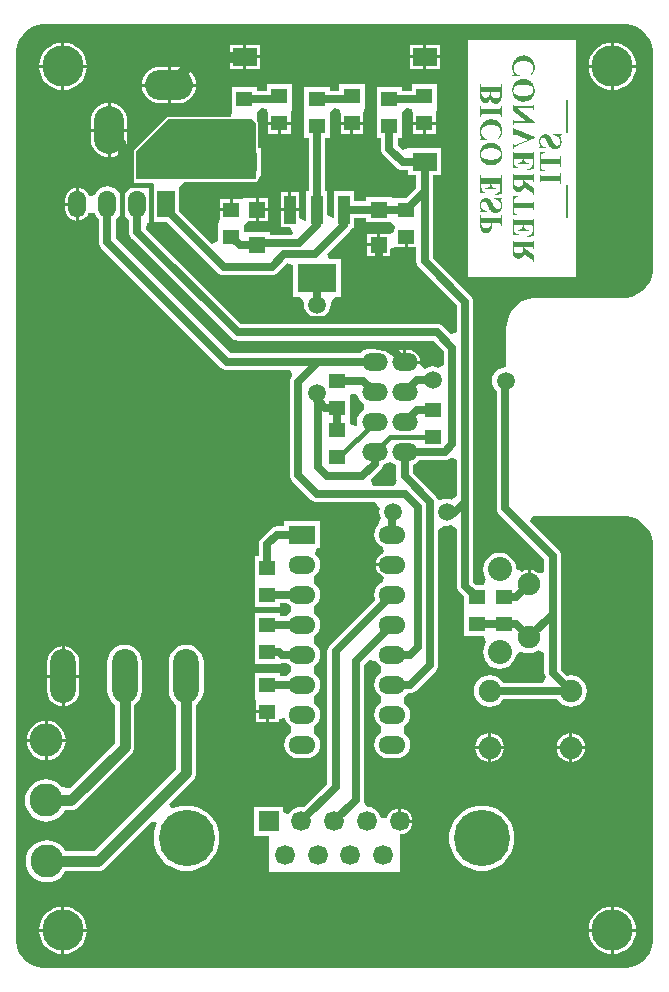
<source format=gbl>
G04*
G04 #@! TF.GenerationSoftware,Altium Limited,Altium Designer,18.1.6 (161)*
G04*
G04 Layer_Physical_Order=2*
G04 Layer_Color=16711680*
%FSLAX25Y25*%
%MOIN*%
G70*
G01*
G75*
%ADD13C,0.01500*%
%ADD35C,0.06653*%
%ADD39C,0.02500*%
%ADD40C,0.13780*%
%ADD41C,0.07500*%
%ADD42R,0.08000X0.06000*%
%ADD43O,0.10000X0.16000*%
%ADD44O,0.16000X0.10000*%
%ADD45O,0.08600X0.06000*%
%ADD46O,0.08500X0.18000*%
%ADD47O,0.06000X0.09000*%
%ADD48R,0.06000X0.09000*%
%ADD49C,0.11000*%
%ADD50R,0.09000X0.06000*%
%ADD51O,0.09000X0.06000*%
%ADD52R,0.06653X0.06653*%
%ADD53C,0.18740*%
%ADD54C,0.08000*%
%ADD55C,0.05906*%
%ADD56R,0.05500X0.05000*%
%ADD57R,0.05512X0.05512*%
%ADD58R,0.12992X0.09449*%
%ADD59R,0.03937X0.09449*%
%ADD60C,0.03500*%
G36*
X205614Y314675D02*
X207434Y313921D01*
X209071Y312827D01*
X210464Y311434D01*
X211559Y309796D01*
X212313Y307976D01*
X212697Y306044D01*
Y305059D01*
Y233720D01*
Y232736D01*
X212313Y230804D01*
X211559Y228984D01*
X210464Y227346D01*
X209071Y225953D01*
X207434Y224859D01*
X205614Y224105D01*
X203682Y223721D01*
X173779D01*
X172799Y223672D01*
X170877Y223290D01*
X169066Y222540D01*
X167436Y221451D01*
X166049Y220064D01*
X164960Y218434D01*
X164210Y216623D01*
X163828Y214701D01*
X163779Y213720D01*
Y200813D01*
X163484Y200554D01*
X162322Y200401D01*
X161239Y199952D01*
X160309Y199239D01*
X159595Y198309D01*
X159146Y197225D01*
X158993Y196063D01*
X159146Y194901D01*
X159595Y193817D01*
X160309Y192887D01*
X160514Y192730D01*
Y153543D01*
X160608Y152825D01*
X160885Y152156D01*
X161326Y151582D01*
X176459Y136450D01*
Y132686D01*
X175560Y132133D01*
X174459Y131853D01*
X173754Y132394D01*
X172598Y132872D01*
X171858Y132970D01*
Y128244D01*
X170858D01*
Y132970D01*
X170118Y132872D01*
X168963Y132394D01*
X167818Y132859D01*
X167028Y133430D01*
X166874Y134601D01*
X166320Y135939D01*
X165438Y137088D01*
X164289Y137970D01*
X162952Y138524D01*
X161516Y138713D01*
X160080Y138524D01*
X158742Y137970D01*
X157593Y137088D01*
X156711Y135939D01*
X156157Y134601D01*
X155968Y133166D01*
X156157Y131730D01*
X156711Y130392D01*
X157097Y129890D01*
X156242Y127891D01*
X156241Y127890D01*
X153761D01*
X152774Y128877D01*
Y155709D01*
Y222342D01*
X152679Y223060D01*
X152402Y223729D01*
X151961Y224304D01*
X139270Y236995D01*
Y259205D01*
Y264559D01*
X141996D01*
Y273559D01*
X130996D01*
Y273559D01*
X128996Y273155D01*
X127567Y274584D01*
Y276964D01*
X129043D01*
Y283964D01*
X129043Y285776D01*
X130341Y287074D01*
X132241Y286707D01*
X132683Y285121D01*
X132683Y284914D01*
Y282414D01*
X136433D01*
X140183D01*
X140183Y285121D01*
X140683Y286914D01*
X140683Y287207D01*
Y294914D01*
X132183D01*
Y292738D01*
X129043D01*
Y293964D01*
X120543D01*
Y286964D01*
X120543Y285464D01*
X120543Y283964D01*
Y276964D01*
X122019D01*
Y273435D01*
X122114Y272717D01*
X122391Y272048D01*
X122832Y271474D01*
X127208Y267098D01*
X127782Y266657D01*
X128451Y266380D01*
X129169Y266285D01*
X130996D01*
Y264559D01*
X133722D01*
Y260354D01*
X130491Y257122D01*
X126163D01*
X126163Y257122D01*
X125417Y257405D01*
Y257405D01*
X124281Y257405D01*
X116905D01*
Y255923D01*
X113137D01*
Y259374D01*
X106200D01*
Y250408D01*
X106082Y250329D01*
X104082Y251398D01*
Y259374D01*
X103387D01*
Y276964D01*
X104863D01*
Y283964D01*
X104863Y285776D01*
X106161Y287074D01*
X108061Y286707D01*
X108503Y285121D01*
X108503Y284914D01*
Y282414D01*
X112253D01*
X116003D01*
X116003Y285121D01*
X116503Y286914D01*
X116503Y287207D01*
Y294914D01*
X108003D01*
Y292738D01*
X104863D01*
Y293964D01*
X96363D01*
Y286964D01*
X96363Y285464D01*
X96363Y283964D01*
Y276964D01*
X97839D01*
Y259374D01*
X97145D01*
Y249799D01*
X96526Y249378D01*
X94526Y250436D01*
Y252650D01*
X91558D01*
X88590D01*
Y247425D01*
X91525D01*
X92581Y245425D01*
X92155Y244801D01*
X84965D01*
Y245595D01*
X76453D01*
X76297Y247530D01*
Y247665D01*
X76566Y248375D01*
X77782Y249394D01*
X80209D01*
Y253150D01*
Y256906D01*
X77691D01*
X76953Y256906D01*
X75059Y256650D01*
X72547D01*
Y253150D01*
X72047D01*
Y252650D01*
X68297D01*
X68297Y249942D01*
X67797Y248150D01*
X67797Y247857D01*
Y242497D01*
X65797Y241669D01*
X54795Y252671D01*
Y260373D01*
X56235Y262373D01*
X79370Y262373D01*
X80216Y262373D01*
X80217Y262373D01*
X80529Y262435D01*
X80793Y262612D01*
X80970Y262877D01*
X80990Y262976D01*
X81996Y264559D01*
X81996Y264559D01*
X81996D01*
Y273559D01*
X81032D01*
X81032Y281890D01*
X81032Y281890D01*
X80970Y282202D01*
X80793Y282467D01*
X80683Y282577D01*
X80683Y285776D01*
X81981Y287074D01*
X83881Y286707D01*
X84323Y285121D01*
X84323Y284914D01*
Y282414D01*
X88073D01*
X91823D01*
X91823Y285121D01*
X92323Y286914D01*
X92323Y287207D01*
Y294914D01*
X83823D01*
Y292738D01*
X80683D01*
Y293964D01*
X72183D01*
Y286964D01*
X72183Y285964D01*
X72133Y283985D01*
X51083Y283985D01*
X50770Y283923D01*
X50506Y283746D01*
X50506Y283746D01*
X39778Y273018D01*
X39601Y272753D01*
X39539Y272441D01*
X39539Y272441D01*
Y263189D01*
X39592Y262924D01*
X39601Y262857D01*
X39593Y262358D01*
X39369Y261384D01*
X39151Y260729D01*
X38479Y260450D01*
X37539Y259729D01*
X36817Y258789D01*
X36810Y258771D01*
X34679Y258689D01*
X33957Y259629D01*
X33017Y260350D01*
X31923Y260804D01*
X30748Y260959D01*
X29573Y260804D01*
X28479Y260350D01*
X27539Y259629D01*
X26817Y258689D01*
X26506Y257937D01*
X26346Y257896D01*
X25177Y257819D01*
X24440Y257958D01*
X24242Y258437D01*
X23601Y259273D01*
X22765Y259914D01*
X21792Y260317D01*
X21248Y260388D01*
Y254920D01*
Y249451D01*
X21792Y249523D01*
X22765Y249926D01*
X23601Y250567D01*
X24242Y251402D01*
X24440Y251881D01*
X25177Y252020D01*
X26346Y251943D01*
X26506Y251903D01*
X26817Y251150D01*
X27539Y250210D01*
X27974Y249876D01*
Y242382D01*
X28069Y241664D01*
X28346Y240995D01*
X28787Y240421D01*
X68785Y200422D01*
X69360Y199981D01*
X70029Y199704D01*
X70746Y199610D01*
X91696D01*
X92202Y198388D01*
X92337Y197610D01*
X91988Y197155D01*
X91711Y196486D01*
X91616Y195768D01*
Y164567D01*
X91711Y163849D01*
X91988Y163180D01*
X92428Y162606D01*
X98728Y156306D01*
X99302Y155866D01*
X99971Y155588D01*
X100689Y155494D01*
X120132D01*
X121480Y153662D01*
X121491Y153494D01*
X121355Y152461D01*
X121508Y151298D01*
X121957Y150215D01*
X121125Y148044D01*
X121058Y147993D01*
X120337Y147053D01*
X119884Y145958D01*
X119729Y144783D01*
X119884Y143609D01*
X120337Y142514D01*
X121058Y141574D01*
X121998Y140853D01*
X122751Y140541D01*
X122791Y140381D01*
X122869Y139212D01*
X122729Y138476D01*
X122250Y138277D01*
X121415Y137636D01*
X120774Y136801D01*
X120371Y135828D01*
X120299Y135284D01*
X125768D01*
Y134283D01*
X120299D01*
X120371Y133739D01*
X120774Y132766D01*
X121415Y131931D01*
X122250Y131290D01*
X122729Y131091D01*
X122869Y130354D01*
X122791Y129186D01*
X122751Y129026D01*
X121998Y128714D01*
X121058Y127993D01*
X120337Y127053D01*
X119884Y125958D01*
X119729Y124784D01*
X119884Y123609D01*
X120114Y123052D01*
X104928Y107867D01*
X104488Y107292D01*
X104210Y106623D01*
X104116Y105905D01*
Y61763D01*
X96285Y53931D01*
X95449Y54042D01*
X94189Y53876D01*
X93015Y53389D01*
X92006Y52616D01*
X91370Y51786D01*
X90769Y51789D01*
X89370Y52337D01*
Y54000D01*
X79717D01*
Y44346D01*
X84543D01*
Y32480D01*
X128404D01*
X128284Y44825D01*
X129295Y44958D01*
X130347Y45394D01*
X131251Y46087D01*
X131945Y46991D01*
X132381Y48044D01*
X132464Y48673D01*
X128246D01*
X128245Y48819D01*
X128165D01*
Y49173D01*
X127665D01*
Y53471D01*
X127036Y53389D01*
X125983Y52953D01*
X125079Y52259D01*
X124386Y51355D01*
X123950Y50303D01*
X121962Y50433D01*
X121476Y51607D01*
X120702Y52616D01*
X119694Y53389D01*
X118520Y53876D01*
X117582Y53999D01*
X116783Y54892D01*
X116208Y55920D01*
X116258Y56303D01*
Y101351D01*
X118030Y103123D01*
X118044Y103127D01*
X120311Y102576D01*
X120337Y102514D01*
X121058Y101574D01*
X121998Y100853D01*
Y98714D01*
X121058Y97993D01*
X120337Y97053D01*
X119884Y95958D01*
X119729Y94784D01*
X119884Y93609D01*
X120337Y92514D01*
X121058Y91574D01*
X121998Y90853D01*
Y88714D01*
X121058Y87993D01*
X120337Y87053D01*
X119884Y85958D01*
X119729Y84784D01*
X119884Y83609D01*
X120337Y82514D01*
X121058Y81574D01*
X121998Y80853D01*
Y78714D01*
X121058Y77993D01*
X120337Y77053D01*
X119884Y75958D01*
X119729Y74783D01*
X119884Y73609D01*
X120337Y72514D01*
X121058Y71574D01*
X121998Y70853D01*
X123093Y70399D01*
X124268Y70245D01*
X127268D01*
X128443Y70399D01*
X129537Y70853D01*
X130477Y71574D01*
X131199Y72514D01*
X131652Y73609D01*
X131807Y74783D01*
X131652Y75958D01*
X131199Y77053D01*
X130477Y77993D01*
X129537Y78714D01*
Y80853D01*
X130477Y81574D01*
X131199Y82514D01*
X131652Y83609D01*
X131807Y84784D01*
X131652Y85958D01*
X131199Y87053D01*
X130477Y87993D01*
X129678Y88606D01*
X129610Y90608D01*
X131058Y92010D01*
X131693D01*
X132411Y92104D01*
X133080Y92381D01*
X133654Y92822D01*
X140249Y99417D01*
X140690Y99991D01*
X140967Y100660D01*
X141061Y101378D01*
Y146450D01*
X142893Y147799D01*
X143061Y147810D01*
X144095Y147674D01*
X145226Y147823D01*
X145258Y147827D01*
X147226Y146549D01*
Y127728D01*
X147321Y127010D01*
X147598Y126341D01*
X148039Y125767D01*
X149589Y124217D01*
Y120890D01*
X149589Y119390D01*
X149589Y117890D01*
Y110890D01*
X156245D01*
X156261Y110874D01*
X157102Y108890D01*
X156711Y108380D01*
X156157Y107042D01*
X155968Y105607D01*
X156157Y104171D01*
X156711Y102833D01*
X157593Y101684D01*
X158742Y100802D01*
X160080Y100248D01*
X161516Y100059D01*
X162952Y100248D01*
X164289Y100802D01*
X165438Y101684D01*
X166320Y102833D01*
X166874Y104171D01*
X166953Y104770D01*
X168034Y105491D01*
X168710Y105777D01*
X169030Y105809D01*
X169988Y105413D01*
X171358Y105233D01*
X172729Y105413D01*
X174006Y105942D01*
X174459Y106289D01*
X176452Y105439D01*
X176459Y105433D01*
Y98655D01*
X176553Y97938D01*
X176830Y97269D01*
X175853Y95379D01*
X162671D01*
X161927Y96350D01*
X160830Y97191D01*
X159553Y97720D01*
X158182Y97901D01*
X156812Y97720D01*
X155535Y97191D01*
X154438Y96350D01*
X153596Y95253D01*
X153067Y93976D01*
X152887Y92606D01*
X153067Y91235D01*
X153596Y89958D01*
X154438Y88861D01*
X155535Y88020D01*
X156812Y87491D01*
X158182Y87310D01*
X159553Y87491D01*
X160830Y88020D01*
X161927Y88861D01*
X162671Y89832D01*
X180793D01*
X181538Y88861D01*
X182635Y88020D01*
X183912Y87491D01*
X185282Y87310D01*
X186653Y87491D01*
X187930Y88020D01*
X189027Y88861D01*
X189868Y89958D01*
X190397Y91235D01*
X190578Y92606D01*
X190397Y93976D01*
X189868Y95253D01*
X189027Y96350D01*
X187930Y97191D01*
X186653Y97720D01*
X185282Y97901D01*
X184069Y97741D01*
X182006Y99804D01*
Y118402D01*
Y137598D01*
X181912Y138316D01*
X181634Y138985D01*
X181194Y139560D01*
X171502Y149251D01*
X172487Y151094D01*
X172799Y151032D01*
X173779Y150984D01*
X203682D01*
X205614Y150600D01*
X207434Y149846D01*
X209071Y148752D01*
X210464Y147359D01*
X211559Y145721D01*
X212313Y143901D01*
X212697Y141969D01*
Y140984D01*
Y10197D01*
Y9212D01*
X212313Y7280D01*
X211559Y5460D01*
X210464Y3822D01*
X209071Y2429D01*
X207434Y1335D01*
X205614Y581D01*
X203682Y197D01*
X9310D01*
X7378Y581D01*
X5559Y1335D01*
X3921Y2429D01*
X2528Y3822D01*
X1433Y5460D01*
X680Y7280D01*
X295Y9212D01*
Y10197D01*
Y305059D01*
Y306044D01*
X680Y307976D01*
X1433Y309796D01*
X2528Y311434D01*
X3921Y312827D01*
X5559Y313921D01*
X7378Y314675D01*
X9310Y315059D01*
X203682D01*
X205614Y314675D01*
D02*
G37*
G36*
X80216Y281890D02*
X80216Y263189D01*
X40354Y263189D01*
Y272441D01*
X51083Y283169D01*
X78937Y283169D01*
X80216Y281890D01*
D02*
G37*
G36*
X116905Y248894D02*
X125177D01*
X126514Y247442D01*
X126227Y245554D01*
X124917Y245094D01*
X124663Y245094D01*
X121661D01*
Y241339D01*
Y237583D01*
X124917D01*
Y240009D01*
X126663Y240622D01*
X126917Y240622D01*
X129913D01*
Y244122D01*
X130913D01*
Y240622D01*
X133722D01*
Y235846D01*
X133817Y235129D01*
X134094Y234460D01*
X134535Y233885D01*
X147226Y221194D01*
Y212262D01*
X145378Y211497D01*
X142709Y214166D01*
X142135Y214607D01*
X141466Y214884D01*
X140748Y214979D01*
X75362D01*
X43754Y246586D01*
X43972Y248626D01*
X45795Y249020D01*
Y249020D01*
X50601D01*
X67527Y232094D01*
X68101Y231653D01*
X68770Y231376D01*
X69488Y231281D01*
X85532D01*
X86249Y231376D01*
X86918Y231653D01*
X87493Y232094D01*
X90617Y235218D01*
X92617Y234800D01*
Y224091D01*
X94873D01*
X95510Y223487D01*
X96358Y222091D01*
X96275Y221457D01*
X96428Y220294D01*
X96877Y219211D01*
X97590Y218281D01*
X98521Y217567D01*
X99604Y217119D01*
X100766Y216966D01*
X101928Y217119D01*
X103012Y217567D01*
X103942Y218281D01*
X104656Y219211D01*
X105104Y220294D01*
X105257Y221457D01*
X105174Y222091D01*
X106022Y223487D01*
X106660Y224091D01*
X108609D01*
Y236539D01*
X104788D01*
X104022Y238387D01*
X111629Y245994D01*
X112070Y246569D01*
X112218Y246925D01*
X113137D01*
Y250376D01*
X116905D01*
Y248894D01*
D02*
G37*
G36*
X37974Y249749D02*
Y245669D01*
X38069Y244951D01*
X38346Y244282D01*
X38787Y243708D01*
X72251Y210243D01*
X72826Y209803D01*
X73495Y209525D01*
X74213Y209431D01*
X139599D01*
X143041Y205990D01*
Y201546D01*
X142323Y200962D01*
X141040Y200416D01*
X140363Y200696D01*
X139201Y200849D01*
X138038Y200696D01*
X136955Y200248D01*
X136690Y200044D01*
X135130Y201161D01*
X135026Y201289D01*
X135092Y201783D01*
X129823D01*
Y202284D01*
X129323D01*
Y206318D01*
X128523D01*
X127479Y206181D01*
X126506Y205778D01*
X124332Y205593D01*
X123392Y206314D01*
X122298Y206768D01*
X121123Y206922D01*
X118523D01*
X117348Y206768D01*
X116253Y206314D01*
X115313Y205593D01*
X114979Y205157D01*
X71895D01*
X33522Y243531D01*
Y249876D01*
X33957Y250210D01*
X34586Y251029D01*
X36590Y251144D01*
X37974Y249749D01*
D02*
G37*
G36*
X113400Y191627D02*
X114139Y191159D01*
X114592Y190064D01*
X115313Y189124D01*
X116189Y188452D01*
X116253Y188045D01*
Y186672D01*
X116189Y186265D01*
X115313Y185593D01*
X114592Y184653D01*
X114139Y183558D01*
X113984Y182384D01*
X114124Y181322D01*
X113852Y180955D01*
X113730Y180847D01*
X111730Y181748D01*
Y183134D01*
Y191134D01*
X111730D01*
Y191360D01*
X112036Y191811D01*
X113400Y191627D01*
D02*
G37*
G36*
X126253Y168453D02*
X127049Y168123D01*
Y164173D01*
X127144Y163455D01*
X127315Y163041D01*
X126956Y162101D01*
X126239Y161041D01*
X119367D01*
X118539Y163041D01*
X121784Y166287D01*
X122225Y166861D01*
X122502Y167530D01*
X122579Y168116D01*
X123392Y168453D01*
X124823Y168990D01*
X126253Y168453D01*
D02*
G37*
G36*
X145985Y170240D02*
X147226Y169726D01*
Y157782D01*
X145397Y156446D01*
X145257Y156503D01*
X144095Y156657D01*
X142973Y156509D01*
X142883Y156502D01*
X141449Y156446D01*
X140404Y157467D01*
X140249Y157670D01*
X132597Y165322D01*
Y168123D01*
X133392Y168453D01*
X134332Y169174D01*
X134667Y169610D01*
X143348D01*
X144066Y169704D01*
X144735Y169981D01*
X145226Y170358D01*
X145985Y170240D01*
D02*
G37*
%LPC*%
G36*
X81496Y308059D02*
X76996D01*
Y304559D01*
X81496D01*
Y308059D01*
D02*
G37*
G36*
X141496D02*
X136996D01*
Y304559D01*
X141496D01*
Y308059D01*
D02*
G37*
G36*
X75996D02*
X71496D01*
Y304559D01*
X75996D01*
Y308059D01*
D02*
G37*
G36*
X135996D02*
X131496D01*
Y304559D01*
X135996D01*
Y308059D01*
D02*
G37*
G36*
X199614Y308765D02*
Y301386D01*
X206993D01*
X206890Y302432D01*
X206439Y303920D01*
X205706Y305290D01*
X204720Y306492D01*
X203519Y307478D01*
X202148Y308210D01*
X200661Y308661D01*
X199614Y308765D01*
D02*
G37*
G36*
X16445D02*
Y301386D01*
X23824D01*
X23720Y302432D01*
X23269Y303920D01*
X22537Y305290D01*
X21551Y306492D01*
X20349Y307478D01*
X18979Y308210D01*
X17492Y308661D01*
X16445Y308765D01*
D02*
G37*
G36*
X198614D02*
X197567Y308661D01*
X196080Y308210D01*
X194710Y307478D01*
X193508Y306492D01*
X192522Y305290D01*
X191790Y303920D01*
X191339Y302432D01*
X191235Y301386D01*
X198614D01*
Y308765D01*
D02*
G37*
G36*
X15445D02*
X14398Y308661D01*
X12911Y308210D01*
X11540Y307478D01*
X10339Y306492D01*
X9353Y305290D01*
X8620Y303920D01*
X8169Y302432D01*
X8066Y301386D01*
X15445D01*
Y308765D01*
D02*
G37*
G36*
X141496Y303559D02*
X136996D01*
Y300059D01*
X141496D01*
Y303559D01*
D02*
G37*
G36*
X135996D02*
X131496D01*
Y300059D01*
X135996D01*
Y303559D01*
D02*
G37*
G36*
X81496D02*
X76996D01*
Y300059D01*
X81496D01*
Y303559D01*
D02*
G37*
G36*
X75996D02*
X71496D01*
Y300059D01*
X75996D01*
Y303559D01*
D02*
G37*
G36*
X54339Y300616D02*
X51839D01*
Y295087D01*
X60318D01*
X60252Y295763D01*
X59909Y296894D01*
X59351Y297936D01*
X58602Y298850D01*
X57688Y299600D01*
X56646Y300157D01*
X55515Y300500D01*
X54339Y300616D01*
D02*
G37*
G36*
X50839D02*
X48339D01*
X47162Y300500D01*
X46031Y300157D01*
X44989Y299600D01*
X44075Y298850D01*
X43326Y297936D01*
X42768Y296894D01*
X42425Y295763D01*
X42359Y295087D01*
X50839D01*
Y300616D01*
D02*
G37*
G36*
X206993Y300386D02*
X199614D01*
Y293007D01*
X200661Y293110D01*
X202148Y293561D01*
X203519Y294294D01*
X204720Y295280D01*
X205706Y296481D01*
X206439Y297852D01*
X206890Y299339D01*
X206993Y300386D01*
D02*
G37*
G36*
X23824D02*
X16445D01*
Y293007D01*
X17492Y293110D01*
X18979Y293561D01*
X20349Y294294D01*
X21551Y295280D01*
X22537Y296481D01*
X23269Y297852D01*
X23720Y299339D01*
X23824Y300386D01*
D02*
G37*
G36*
X198614D02*
X191235D01*
X191339Y299339D01*
X191790Y297852D01*
X192522Y296481D01*
X193508Y295280D01*
X194710Y294294D01*
X196080Y293561D01*
X197567Y293110D01*
X198614Y293007D01*
Y300386D01*
D02*
G37*
G36*
X15445D02*
X8066D01*
X8169Y299339D01*
X8620Y297852D01*
X9353Y296481D01*
X10339Y295280D01*
X11540Y294294D01*
X12911Y293561D01*
X14398Y293110D01*
X15445Y293007D01*
Y300386D01*
D02*
G37*
G36*
X60318Y294087D02*
X51839D01*
Y288558D01*
X54339D01*
X55515Y288673D01*
X56646Y289017D01*
X57688Y289574D01*
X58602Y290323D01*
X59351Y291237D01*
X59909Y292279D01*
X60252Y293410D01*
X60318Y294087D01*
D02*
G37*
G36*
X50839D02*
X42359D01*
X42425Y293410D01*
X42768Y292279D01*
X43326Y291237D01*
X44075Y290323D01*
X44989Y289574D01*
X46031Y289017D01*
X47162Y288673D01*
X48339Y288558D01*
X50839D01*
Y294087D01*
D02*
G37*
G36*
X31839Y288566D02*
Y280087D01*
X37368D01*
Y282587D01*
X37252Y283763D01*
X36909Y284894D01*
X36351Y285936D01*
X35602Y286850D01*
X34688Y287600D01*
X33646Y288157D01*
X32515Y288500D01*
X31839Y288566D01*
D02*
G37*
G36*
X30839D02*
X30162Y288500D01*
X29031Y288157D01*
X27989Y287600D01*
X27075Y286850D01*
X26326Y285936D01*
X25769Y284894D01*
X25425Y283763D01*
X25310Y282587D01*
Y280087D01*
X30839D01*
Y288566D01*
D02*
G37*
G36*
X140183Y281414D02*
X136933D01*
Y278414D01*
X140183D01*
Y281414D01*
D02*
G37*
G36*
X135933D02*
X132683D01*
Y278414D01*
X135933D01*
Y281414D01*
D02*
G37*
G36*
X116003D02*
X112753D01*
Y278414D01*
X116003D01*
Y281414D01*
D02*
G37*
G36*
X111753D02*
X108503D01*
Y278414D01*
X111753D01*
Y281414D01*
D02*
G37*
G36*
X91823D02*
X88573D01*
Y278414D01*
X91823D01*
Y281414D01*
D02*
G37*
G36*
X87573D02*
X84323D01*
Y278414D01*
X87573D01*
Y281414D01*
D02*
G37*
G36*
X37368Y279087D02*
X31839D01*
Y270607D01*
X32515Y270673D01*
X33646Y271017D01*
X34688Y271574D01*
X35602Y272323D01*
X36351Y273237D01*
X36909Y274279D01*
X37252Y275410D01*
X37368Y276587D01*
Y279087D01*
D02*
G37*
G36*
X30839D02*
X25310D01*
Y276587D01*
X25425Y275410D01*
X25769Y274279D01*
X26326Y273237D01*
X27075Y272323D01*
X27989Y271574D01*
X29031Y271017D01*
X30162Y270673D01*
X30839Y270607D01*
Y279087D01*
D02*
G37*
G36*
X20248Y260388D02*
X19704Y260317D01*
X18731Y259914D01*
X17895Y259273D01*
X17254Y258437D01*
X16851Y257464D01*
X16714Y256420D01*
Y255420D01*
X20248D01*
Y260388D01*
D02*
G37*
G36*
X94526Y258874D02*
X92058D01*
Y253650D01*
X94526D01*
Y258874D01*
D02*
G37*
G36*
X71547Y256650D02*
X68297D01*
Y253650D01*
X71547D01*
Y256650D01*
D02*
G37*
G36*
X91058Y258874D02*
X88590D01*
Y253650D01*
X91058D01*
Y258874D01*
D02*
G37*
G36*
X81209Y256906D02*
Y253650D01*
X84465D01*
Y256906D01*
X81209D01*
D02*
G37*
G36*
X20248Y254420D02*
X16714D01*
Y253420D01*
X16851Y252376D01*
X17254Y251402D01*
X17895Y250567D01*
X18731Y249926D01*
X19704Y249523D01*
X20248Y249451D01*
Y254420D01*
D02*
G37*
G36*
X84465Y252650D02*
X81209D01*
Y249394D01*
X84465D01*
Y252650D01*
D02*
G37*
G36*
X150886Y309551D02*
Y230709D01*
X186909Y230709D01*
X186909Y309544D01*
X150886Y309551D01*
D02*
G37*
G36*
X101768Y149284D02*
X89768D01*
Y147557D01*
X87205D01*
X86487Y147463D01*
X85818Y147186D01*
X85243Y146745D01*
X82173Y143674D01*
X81732Y143099D01*
X81455Y142430D01*
X81360Y141713D01*
Y137784D01*
X79884D01*
Y130783D01*
X79884Y129283D01*
X79884Y127784D01*
Y120783D01*
X88384D01*
Y122010D01*
X90724D01*
X91058Y121574D01*
X91858Y120961D01*
X91926Y118959D01*
X90478Y117557D01*
X88384D01*
Y118783D01*
X79884D01*
Y111784D01*
X79884Y110284D01*
X79884Y108783D01*
Y101784D01*
X88384D01*
Y101784D01*
X88678Y102041D01*
X88917Y102010D01*
X90724D01*
X91058Y101574D01*
X91858Y100961D01*
X91926Y98959D01*
X90478Y97557D01*
X88384D01*
Y98783D01*
X79884D01*
Y91076D01*
X79884Y90784D01*
X80384Y88991D01*
X80384Y88784D01*
Y86283D01*
X84134D01*
Y85783D01*
X84634D01*
Y82284D01*
X87884D01*
Y83475D01*
X89884Y83609D01*
X90337Y82514D01*
X91058Y81574D01*
X91998Y80853D01*
Y78714D01*
X91058Y77993D01*
X90337Y77053D01*
X89884Y75958D01*
X89729Y74783D01*
X89884Y73609D01*
X90337Y72514D01*
X91058Y71574D01*
X91998Y70853D01*
X93093Y70399D01*
X94268Y70245D01*
X97268D01*
X98443Y70399D01*
X99537Y70853D01*
X100477Y71574D01*
X101198Y72514D01*
X101652Y73609D01*
X101807Y74783D01*
X101652Y75958D01*
X101198Y77053D01*
X100477Y77993D01*
X99537Y78714D01*
Y80853D01*
X100477Y81574D01*
X101198Y82514D01*
X101652Y83609D01*
X101807Y84784D01*
X101652Y85958D01*
X101198Y87053D01*
X100477Y87993D01*
X99537Y88714D01*
Y90853D01*
X100477Y91574D01*
X101198Y92514D01*
X101652Y93609D01*
X101807Y94784D01*
X101652Y95958D01*
X101198Y97053D01*
X100477Y97993D01*
X99537Y98714D01*
Y100853D01*
X100477Y101574D01*
X101198Y102514D01*
X101652Y103609D01*
X101807Y104783D01*
X101652Y105958D01*
X101198Y107053D01*
X100477Y107993D01*
X99537Y108714D01*
Y110853D01*
X100477Y111574D01*
X101198Y112514D01*
X101652Y113609D01*
X101807Y114784D01*
X101652Y115958D01*
X101198Y117053D01*
X100477Y117993D01*
X99537Y118714D01*
Y120853D01*
X100477Y121574D01*
X101198Y122514D01*
X101652Y123609D01*
X101807Y124784D01*
X101652Y125958D01*
X101198Y127053D01*
X100477Y127993D01*
X99537Y128714D01*
Y130853D01*
X100477Y131574D01*
X101198Y132514D01*
X101652Y133609D01*
X101807Y134783D01*
X101652Y135958D01*
X101198Y137053D01*
X100477Y137993D01*
X100099Y138284D01*
X100777Y140284D01*
X101768D01*
Y149284D01*
D02*
G37*
G36*
X16543Y107519D02*
Y98039D01*
X21339D01*
Y102289D01*
X21158Y103660D01*
X20629Y104937D01*
X19788Y106034D01*
X18691Y106875D01*
X17414Y107404D01*
X16543Y107519D01*
D02*
G37*
G36*
X15543Y107519D02*
X14673Y107404D01*
X13396Y106875D01*
X12299Y106034D01*
X11457Y104937D01*
X10928Y103660D01*
X10748Y102289D01*
Y98039D01*
X15543D01*
Y107519D01*
D02*
G37*
G36*
X21339Y97039D02*
X16543D01*
Y87560D01*
X17414Y87674D01*
X18691Y88204D01*
X19788Y89045D01*
X20629Y90142D01*
X21158Y91419D01*
X21339Y92789D01*
Y97039D01*
D02*
G37*
G36*
X15543D02*
X10748D01*
Y92789D01*
X10928Y91419D01*
X11457Y90142D01*
X12299Y89045D01*
X13396Y88204D01*
X14673Y87674D01*
X15543Y87560D01*
Y97039D01*
D02*
G37*
G36*
X83634Y85283D02*
X80384D01*
Y82284D01*
X83634D01*
Y85283D01*
D02*
G37*
G36*
X10845Y82663D02*
Y76681D01*
X16827D01*
X16751Y77455D01*
X16380Y78681D01*
X15776Y79810D01*
X14964Y80800D01*
X13974Y81612D01*
X12845Y82215D01*
X11620Y82587D01*
X10845Y82663D01*
D02*
G37*
G36*
X9845Y82663D02*
X9071Y82587D01*
X7846Y82215D01*
X6717Y81612D01*
X5727Y80800D01*
X4915Y79810D01*
X4311Y78681D01*
X3939Y77455D01*
X3863Y76681D01*
X9845D01*
Y82663D01*
D02*
G37*
G36*
X185782Y78531D02*
Y74305D01*
X190007D01*
X189910Y75046D01*
X189431Y76201D01*
X188670Y77193D01*
X187678Y77955D01*
X186522Y78433D01*
X185782Y78531D01*
D02*
G37*
G36*
X184782D02*
X184042Y78433D01*
X182887Y77955D01*
X181895Y77193D01*
X181133Y76201D01*
X180655Y75046D01*
X180557Y74305D01*
X184782D01*
Y78531D01*
D02*
G37*
G36*
X158682D02*
Y74305D01*
X162907D01*
X162810Y75046D01*
X162331Y76201D01*
X161570Y77193D01*
X160578Y77955D01*
X159422Y78433D01*
X158682Y78531D01*
D02*
G37*
G36*
X157682D02*
X156942Y78433D01*
X155787Y77955D01*
X154795Y77193D01*
X154033Y76201D01*
X153554Y75046D01*
X153457Y74305D01*
X157682D01*
Y78531D01*
D02*
G37*
G36*
X16827Y75681D02*
X10845D01*
Y69699D01*
X11620Y69775D01*
X12845Y70147D01*
X13974Y70750D01*
X14964Y71563D01*
X15776Y72552D01*
X16380Y73682D01*
X16751Y74907D01*
X16827Y75681D01*
D02*
G37*
G36*
X9845D02*
X3863D01*
X3939Y74907D01*
X4311Y73682D01*
X4915Y72552D01*
X5727Y71563D01*
X6717Y70750D01*
X7846Y70147D01*
X9071Y69775D01*
X9845Y69699D01*
Y75681D01*
D02*
G37*
G36*
X190007Y73305D02*
X185782D01*
Y69080D01*
X186522Y69178D01*
X187678Y69656D01*
X188670Y70418D01*
X189431Y71410D01*
X189910Y72566D01*
X190007Y73305D01*
D02*
G37*
G36*
X184782D02*
X180557D01*
X180655Y72566D01*
X181133Y71410D01*
X181895Y70418D01*
X182887Y69656D01*
X184042Y69178D01*
X184782Y69080D01*
Y73305D01*
D02*
G37*
G36*
X162907D02*
X158682D01*
Y69080D01*
X159422Y69178D01*
X160578Y69656D01*
X161570Y70418D01*
X162331Y71410D01*
X162810Y72566D01*
X162907Y73305D01*
D02*
G37*
G36*
X157682D02*
X153457D01*
X153554Y72566D01*
X154033Y71410D01*
X154795Y70418D01*
X155787Y69656D01*
X156942Y69178D01*
X157682Y69080D01*
Y73305D01*
D02*
G37*
G36*
X36516Y108089D02*
X35015Y107891D01*
X33616Y107312D01*
X32415Y106390D01*
X31493Y105189D01*
X30914Y103790D01*
X30716Y102289D01*
Y92789D01*
X30914Y91288D01*
X31493Y89890D01*
X32415Y88688D01*
X33238Y88057D01*
Y75472D01*
X18250Y60484D01*
X17626Y60364D01*
X15723Y60662D01*
X15319Y61155D01*
X14253Y62030D01*
X13037Y62680D01*
X11717Y63080D01*
X10345Y63215D01*
X8973Y63080D01*
X7654Y62680D01*
X6437Y62030D01*
X5372Y61155D01*
X4497Y60089D01*
X3847Y58873D01*
X3447Y57553D01*
X3311Y56181D01*
X3447Y54809D01*
X3847Y53489D01*
X4497Y52273D01*
X5372Y51207D01*
X6437Y50333D01*
X7654Y49683D01*
X8973Y49282D01*
X10345Y49147D01*
X11717Y49282D01*
X13037Y49683D01*
X14253Y50333D01*
X15319Y51207D01*
X16194Y52273D01*
X16530Y52903D01*
X18583D01*
X19007Y52959D01*
X19431Y53015D01*
X20222Y53342D01*
X20901Y53863D01*
X38834Y71796D01*
X39355Y72475D01*
X39682Y73266D01*
X39738Y73690D01*
X39794Y74114D01*
Y88057D01*
X40617Y88688D01*
X41538Y89890D01*
X42118Y91288D01*
X42315Y92789D01*
Y102289D01*
X42118Y103790D01*
X41538Y105189D01*
X40617Y106390D01*
X39416Y107312D01*
X38017Y107891D01*
X36516Y108089D01*
D02*
G37*
G36*
X128665Y53471D02*
Y49673D01*
X132464D01*
X132381Y50303D01*
X131945Y51355D01*
X131251Y52259D01*
X130347Y52953D01*
X129295Y53389D01*
X128665Y53471D01*
D02*
G37*
G36*
X155547Y54486D02*
X153842Y54352D01*
X152178Y53953D01*
X150597Y53298D01*
X149138Y52404D01*
X147837Y51293D01*
X146726Y49992D01*
X145832Y48533D01*
X145177Y46952D01*
X144778Y45289D01*
X144644Y43583D01*
X144778Y41877D01*
X145177Y40213D01*
X145832Y38633D01*
X146726Y37174D01*
X147837Y35873D01*
X149138Y34762D01*
X150597Y33867D01*
X152178Y33213D01*
X153842Y32813D01*
X155547Y32679D01*
X157253Y32813D01*
X158917Y33213D01*
X160497Y33867D01*
X161956Y34762D01*
X163257Y35873D01*
X164369Y37174D01*
X165263Y38633D01*
X165917Y40213D01*
X166317Y41877D01*
X166451Y43583D01*
X166317Y45289D01*
X165917Y46952D01*
X165263Y48533D01*
X164369Y49992D01*
X163257Y51293D01*
X161956Y52404D01*
X160497Y53298D01*
X158917Y53953D01*
X157253Y54352D01*
X155547Y54486D01*
D02*
G37*
G36*
X57043Y108089D02*
X55542Y107891D01*
X54144Y107312D01*
X52942Y106390D01*
X52021Y105189D01*
X51441Y103790D01*
X51244Y102289D01*
Y92789D01*
X51441Y91288D01*
X52021Y89890D01*
X52942Y88688D01*
X53765Y88057D01*
Y66767D01*
X26195Y39197D01*
X16792D01*
X16456Y39827D01*
X15581Y40893D01*
X14515Y41768D01*
X13299Y42418D01*
X11979Y42818D01*
X10607Y42953D01*
X9235Y42818D01*
X7915Y42418D01*
X6699Y41768D01*
X5633Y40893D01*
X4759Y39827D01*
X4109Y38611D01*
X3709Y37291D01*
X3573Y35919D01*
X3709Y34547D01*
X4109Y33228D01*
X4759Y32011D01*
X5633Y30946D01*
X6699Y30071D01*
X7915Y29421D01*
X9235Y29021D01*
X10607Y28885D01*
X11979Y29021D01*
X13299Y29421D01*
X14515Y30071D01*
X15581Y30946D01*
X16456Y32011D01*
X16792Y32641D01*
X27553D01*
X27977Y32697D01*
X28401Y32753D01*
X29192Y33080D01*
X29871Y33601D01*
X45721Y49451D01*
X47446Y48533D01*
X46791Y46952D01*
X46392Y45289D01*
X46258Y43583D01*
X46392Y41877D01*
X46791Y40213D01*
X47446Y38633D01*
X48340Y37174D01*
X49452Y35873D01*
X50753Y34762D01*
X52211Y33867D01*
X53792Y33213D01*
X55456Y32813D01*
X57161Y32679D01*
X58867Y32813D01*
X60531Y33213D01*
X62112Y33867D01*
X63571Y34762D01*
X64872Y35873D01*
X65983Y37174D01*
X66877Y38633D01*
X67532Y40213D01*
X67931Y41877D01*
X68065Y43583D01*
X67931Y45289D01*
X67532Y46952D01*
X66877Y48533D01*
X65983Y49992D01*
X64872Y51293D01*
X63571Y52404D01*
X62112Y53298D01*
X60531Y53953D01*
X58867Y54352D01*
X57161Y54486D01*
X55456Y54352D01*
X53792Y53953D01*
X52211Y53298D01*
X51293Y55023D01*
X59361Y63091D01*
X59882Y63770D01*
X60210Y64561D01*
X60321Y65409D01*
Y88057D01*
X61144Y88688D01*
X62066Y89890D01*
X62645Y91288D01*
X62843Y92789D01*
Y102289D01*
X62645Y103790D01*
X62066Y105189D01*
X61144Y106390D01*
X59943Y107312D01*
X58544Y107891D01*
X57043Y108089D01*
D02*
G37*
G36*
X199614Y20772D02*
Y13394D01*
X206993D01*
X206890Y14440D01*
X206439Y15928D01*
X205706Y17298D01*
X204720Y18500D01*
X203519Y19486D01*
X202148Y20218D01*
X200661Y20669D01*
X199614Y20772D01*
D02*
G37*
G36*
X16445D02*
Y13394D01*
X23824D01*
X23720Y14440D01*
X23269Y15928D01*
X22537Y17298D01*
X21551Y18500D01*
X20349Y19486D01*
X18979Y20218D01*
X17492Y20669D01*
X16445Y20772D01*
D02*
G37*
G36*
X198614D02*
X197567Y20669D01*
X196080Y20218D01*
X194710Y19486D01*
X193508Y18500D01*
X192522Y17298D01*
X191790Y15928D01*
X191339Y14440D01*
X191235Y13394D01*
X198614D01*
Y20772D01*
D02*
G37*
G36*
X15445D02*
X14398Y20669D01*
X12911Y20218D01*
X11540Y19486D01*
X10339Y18500D01*
X9353Y17298D01*
X8620Y15928D01*
X8169Y14440D01*
X8066Y13394D01*
X15445D01*
Y20772D01*
D02*
G37*
G36*
X206993Y12394D02*
X199614D01*
Y5015D01*
X200661Y5118D01*
X202148Y5569D01*
X203519Y6302D01*
X204720Y7288D01*
X205706Y8489D01*
X206439Y9860D01*
X206890Y11347D01*
X206993Y12394D01*
D02*
G37*
G36*
X23824D02*
X16445D01*
Y5015D01*
X17492Y5118D01*
X18979Y5569D01*
X20349Y6302D01*
X21551Y7288D01*
X22537Y8489D01*
X23269Y9860D01*
X23720Y11347D01*
X23824Y12394D01*
D02*
G37*
G36*
X198614D02*
X191235D01*
X191339Y11347D01*
X191790Y9860D01*
X192522Y8489D01*
X193508Y7288D01*
X194710Y6302D01*
X196080Y5569D01*
X197567Y5118D01*
X198614Y5015D01*
Y12394D01*
D02*
G37*
G36*
X15445D02*
X8066D01*
X8169Y11347D01*
X8620Y9860D01*
X9353Y8489D01*
X10339Y7288D01*
X11540Y6302D01*
X12911Y5569D01*
X14398Y5118D01*
X15445Y5015D01*
Y12394D01*
D02*
G37*
%LPD*%
G36*
X169765Y304511D02*
X169942Y304500D01*
X170287Y304444D01*
X170598Y304366D01*
X170742Y304322D01*
X170876Y304277D01*
X170998Y304233D01*
X171109Y304200D01*
X171198Y304155D01*
X171275Y304122D01*
X171342Y304088D01*
X171387Y304066D01*
X171420Y304044D01*
X171431D01*
X171731Y303844D01*
X171998Y303622D01*
X172231Y303389D01*
X172420Y303166D01*
X172564Y302977D01*
X172620Y302888D01*
X172664Y302811D01*
X172709Y302755D01*
X172731Y302700D01*
X172742Y302677D01*
X172753Y302666D01*
X172909Y302322D01*
X173020Y301977D01*
X173098Y301633D01*
X173153Y301311D01*
X173175Y301178D01*
X173187Y301044D01*
X173198Y300922D01*
Y300822D01*
X173209Y300744D01*
Y300633D01*
X173198Y300311D01*
X173164Y300022D01*
X173120Y299767D01*
X173064Y299544D01*
X173042Y299444D01*
X173020Y299356D01*
X172998Y299289D01*
X172975Y299222D01*
X172953Y299178D01*
X172942Y299144D01*
X172931Y299122D01*
Y299111D01*
X172809Y298867D01*
X172664Y298633D01*
X172509Y298422D01*
X172364Y298233D01*
X172220Y298067D01*
X172109Y297945D01*
X172064Y297900D01*
X172031Y297867D01*
X172020Y297856D01*
X172009Y297845D01*
X171398D01*
X171653Y298078D01*
X171864Y298300D01*
X172042Y298500D01*
X172176Y298678D01*
X172287Y298833D01*
X172364Y298944D01*
X172387Y298989D01*
X172409Y299022D01*
X172420Y299033D01*
Y299044D01*
X172520Y299255D01*
X172587Y299467D01*
X172642Y299678D01*
X172675Y299867D01*
X172698Y300033D01*
Y300100D01*
X172709Y300167D01*
Y300278D01*
X172687Y300567D01*
X172642Y300833D01*
X172587Y301066D01*
X172509Y301255D01*
X172431Y301411D01*
X172375Y301522D01*
X172342Y301566D01*
X172331Y301600D01*
X172309Y301611D01*
Y301622D01*
X172142Y301800D01*
X171942Y301955D01*
X171753Y302089D01*
X171553Y302189D01*
X171376Y302277D01*
X171309Y302300D01*
X171242Y302333D01*
X171187Y302355D01*
X171142Y302366D01*
X171120Y302377D01*
X171109D01*
X170809Y302455D01*
X170498Y302511D01*
X170209Y302555D01*
X169931Y302577D01*
X169809Y302589D01*
X169698Y302600D01*
X169598D01*
X169520Y302611D01*
X169442D01*
X169398D01*
X169365D01*
X169353D01*
X168998Y302600D01*
X168665Y302555D01*
X168365Y302511D01*
X168220Y302477D01*
X168098Y302444D01*
X167987Y302422D01*
X167876Y302389D01*
X167787Y302366D01*
X167720Y302333D01*
X167654Y302322D01*
X167609Y302300D01*
X167587Y302289D01*
X167576D01*
X167354Y302178D01*
X167154Y302044D01*
X166976Y301911D01*
X166832Y301778D01*
X166709Y301655D01*
X166621Y301555D01*
X166576Y301489D01*
X166554Y301478D01*
Y301466D01*
X166420Y301255D01*
X166332Y301044D01*
X166265Y300833D01*
X166209Y300644D01*
X166187Y300478D01*
X166176Y300411D01*
Y300344D01*
X166165Y300300D01*
Y300089D01*
X166187Y299944D01*
X166243Y299667D01*
X166332Y299433D01*
X166420Y299211D01*
X166521Y299044D01*
X166565Y298967D01*
X166609Y298911D01*
X166643Y298867D01*
X166665Y298833D01*
X166676Y298811D01*
X166687Y298800D01*
X166898Y298578D01*
X167143Y298400D01*
X167387Y298245D01*
X167631Y298133D01*
X167854Y298044D01*
X167943Y298011D01*
X168020Y297978D01*
X168098Y297956D01*
X168142Y297945D01*
X168176Y297933D01*
X168187D01*
Y297722D01*
X165698D01*
Y297933D01*
X165798Y297956D01*
X165876Y297978D01*
X165943Y298000D01*
X165998Y298033D01*
X166043Y298056D01*
X166076Y298078D01*
X166087Y298089D01*
X166098Y298100D01*
X166143Y298145D01*
X166165Y298200D01*
X166209Y298289D01*
X166220Y298356D01*
Y298389D01*
X166209Y298456D01*
X166187Y298545D01*
X166165Y298644D01*
X166121Y298745D01*
X166087Y298845D01*
X166065Y298933D01*
X166043Y298989D01*
X166032Y299000D01*
Y299011D01*
X165920Y299322D01*
X165843Y299622D01*
X165776Y299889D01*
X165743Y300122D01*
X165720Y300233D01*
Y300322D01*
X165709Y300411D01*
X165698Y300478D01*
Y300800D01*
X165720Y300989D01*
X165776Y301344D01*
X165865Y301666D01*
X165909Y301822D01*
X165954Y301955D01*
X165998Y302089D01*
X166043Y302200D01*
X166087Y302300D01*
X166132Y302389D01*
X166165Y302455D01*
X166187Y302500D01*
X166198Y302533D01*
X166209Y302544D01*
X166420Y302866D01*
X166654Y303155D01*
X166887Y303400D01*
X167120Y303611D01*
X167220Y303699D01*
X167320Y303766D01*
X167409Y303833D01*
X167487Y303888D01*
X167554Y303933D01*
X167598Y303966D01*
X167631Y303977D01*
X167643Y303988D01*
X167820Y304077D01*
X167987Y304166D01*
X168331Y304299D01*
X168665Y304388D01*
X168965Y304455D01*
X169098Y304477D01*
X169209Y304488D01*
X169320Y304511D01*
X169409D01*
X169487Y304522D01*
X169542D01*
X169576D01*
X169587D01*
X169765Y304511D01*
D02*
G37*
G36*
X169709Y296711D02*
X169953Y296689D01*
X170198Y296645D01*
X170420Y296589D01*
X170642Y296534D01*
X170842Y296456D01*
X171031Y296378D01*
X171198Y296300D01*
X171353Y296222D01*
X171498Y296156D01*
X171609Y296078D01*
X171709Y296023D01*
X171798Y295967D01*
X171853Y295922D01*
X171887Y295900D01*
X171898Y295889D01*
X172131Y295678D01*
X172331Y295456D01*
X172509Y295223D01*
X172653Y294978D01*
X172786Y294723D01*
X172887Y294478D01*
X172975Y294234D01*
X173042Y294001D01*
X173098Y293778D01*
X173142Y293567D01*
X173164Y293378D01*
X173187Y293223D01*
X173198Y293090D01*
X173209Y292989D01*
Y292901D01*
X173198Y292545D01*
X173153Y292212D01*
X173087Y291901D01*
X172998Y291612D01*
X172887Y291345D01*
X172775Y291101D01*
X172653Y290879D01*
X172520Y290679D01*
X172398Y290501D01*
X172275Y290345D01*
X172153Y290212D01*
X172053Y290101D01*
X171964Y290012D01*
X171898Y289945D01*
X171853Y289912D01*
X171842Y289901D01*
X171642Y289756D01*
X171442Y289634D01*
X171231Y289534D01*
X171020Y289434D01*
X170820Y289356D01*
X170620Y289301D01*
X170431Y289245D01*
X170242Y289201D01*
X170076Y289168D01*
X169920Y289145D01*
X169776Y289123D01*
X169665Y289112D01*
X169565Y289101D01*
X169487D01*
X169442D01*
X169431D01*
X169142Y289112D01*
X168854Y289145D01*
X168587Y289201D01*
X168342Y289268D01*
X168109Y289345D01*
X167887Y289445D01*
X167687Y289534D01*
X167498Y289634D01*
X167343Y289745D01*
X167198Y289834D01*
X167065Y289923D01*
X166965Y290012D01*
X166887Y290079D01*
X166820Y290134D01*
X166787Y290168D01*
X166776Y290179D01*
X166587Y290390D01*
X166420Y290601D01*
X166287Y290834D01*
X166165Y291068D01*
X166065Y291301D01*
X165987Y291534D01*
X165920Y291756D01*
X165865Y291967D01*
X165832Y292179D01*
X165798Y292367D01*
X165787Y292534D01*
X165776Y292678D01*
X165765Y292801D01*
Y293256D01*
X165787Y293534D01*
X165843Y293800D01*
X165898Y294056D01*
X165976Y294289D01*
X166065Y294512D01*
X166154Y294711D01*
X166254Y294900D01*
X166343Y295067D01*
X166443Y295212D01*
X166532Y295345D01*
X166609Y295445D01*
X166676Y295534D01*
X166732Y295589D01*
X166765Y295634D01*
X166776Y295645D01*
X166976Y295834D01*
X167198Y296000D01*
X167420Y296145D01*
X167643Y296267D01*
X167865Y296367D01*
X168087Y296456D01*
X168298Y296534D01*
X168509Y296589D01*
X168698Y296634D01*
X168876Y296667D01*
X169042Y296689D01*
X169176Y296700D01*
X169287Y296711D01*
X169376Y296723D01*
X169420D01*
X169442D01*
X169709Y296711D01*
D02*
G37*
G36*
X166065Y288445D02*
X166076Y288346D01*
X166098Y288268D01*
X166109Y288190D01*
X166132Y288134D01*
X166154Y288101D01*
X166165Y288079D01*
Y288068D01*
X166209Y288001D01*
X166265Y287923D01*
X166387Y287790D01*
X166443Y287735D01*
X166498Y287690D01*
X166532Y287668D01*
X166543Y287657D01*
X166732Y287501D01*
X171798D01*
X171998Y287512D01*
X172164Y287534D01*
X172309Y287579D01*
X172420Y287612D01*
X172509Y287657D01*
X172575Y287701D01*
X172609Y287723D01*
X172620Y287735D01*
X172698Y287835D01*
X172753Y287957D01*
X172798Y288101D01*
X172820Y288234D01*
X172842Y288357D01*
X172853Y288457D01*
Y288557D01*
X173042D01*
Y286012D01*
X172853D01*
Y286190D01*
X172842Y286323D01*
X172820Y286446D01*
X172786Y286557D01*
X172742Y286646D01*
X172709Y286723D01*
X172675Y286790D01*
X172653Y286824D01*
X172642Y286835D01*
X172542Y286923D01*
X172420Y286990D01*
X172275Y287046D01*
X172131Y287079D01*
X172009Y287101D01*
X171898Y287112D01*
X171853D01*
X171820D01*
X171809D01*
X171798D01*
X167232D01*
X173209Y282291D01*
Y282102D01*
X167232D01*
X167054D01*
X166909Y282091D01*
X166787Y282080D01*
X166687Y282057D01*
X166609Y282046D01*
X166554Y282035D01*
X166532Y282024D01*
X166521D01*
X166443Y281991D01*
X166387Y281946D01*
X166287Y281868D01*
X166243Y281802D01*
X166220Y281791D01*
Y281780D01*
X166187Y281713D01*
X166154Y281613D01*
X166098Y281413D01*
X166076Y281313D01*
X166065Y281235D01*
X166054Y281180D01*
Y281157D01*
X165865D01*
Y283524D01*
X166054D01*
X166065Y283313D01*
X166098Y283146D01*
X166154Y283002D01*
X166198Y282879D01*
X166254Y282790D01*
X166309Y282724D01*
X166343Y282691D01*
X166354Y282679D01*
X166454Y282613D01*
X166587Y282568D01*
X166732Y282535D01*
X166876Y282513D01*
X167020Y282502D01*
X167131Y282490D01*
X167165D01*
X167198D01*
X167220D01*
X167232D01*
X170320D01*
X165865Y286023D01*
Y288568D01*
X166054D01*
X166065Y288445D01*
D02*
G37*
G36*
X166076Y280657D02*
X166109Y280535D01*
X166154Y280435D01*
X166187Y280357D01*
X166232Y280302D01*
X166254Y280269D01*
X166276Y280246D01*
X166287Y280235D01*
X166332Y280202D01*
X166387Y280169D01*
X166465Y280124D01*
X166554Y280080D01*
X166754Y279980D01*
X166965Y279880D01*
X167165Y279780D01*
X167265Y279746D01*
X167343Y279702D01*
X167409Y279680D01*
X167465Y279658D01*
X167498Y279635D01*
X167509D01*
X173209Y277191D01*
Y277002D01*
X167731Y274536D01*
X167554Y274458D01*
X167398Y274380D01*
X167243Y274314D01*
X167120Y274247D01*
X166998Y274191D01*
X166898Y274136D01*
X166809Y274091D01*
X166732Y274047D01*
X166665Y274003D01*
X166609Y273969D01*
X166532Y273925D01*
X166487Y273891D01*
X166476Y273880D01*
X166354Y273758D01*
X166265Y273636D01*
X166187Y273525D01*
X166132Y273414D01*
X166098Y273325D01*
X166065Y273247D01*
X166054Y273203D01*
Y273180D01*
X165865D01*
Y275525D01*
X166054D01*
Y275391D01*
X166065Y275269D01*
X166087Y275169D01*
X166098Y275080D01*
X166121Y275013D01*
X166143Y274969D01*
X166154Y274936D01*
Y274925D01*
X166209Y274814D01*
X166265Y274736D01*
X166309Y274691D01*
X166321Y274680D01*
X166332D01*
X166432Y274625D01*
X166521Y274602D01*
X166587Y274591D01*
X166609D01*
X166621D01*
X166732Y274602D01*
X166832Y274614D01*
X166887Y274625D01*
X166920Y274636D01*
X166943Y274647D01*
X166954D01*
X167043Y274680D01*
X167154Y274725D01*
X167287Y274769D01*
X167420Y274825D01*
X167543Y274880D01*
X167643Y274925D01*
X167709Y274958D01*
X167720Y274969D01*
X167731D01*
X170909Y276380D01*
X167332Y277913D01*
X167143Y277991D01*
X166987Y278058D01*
X166865Y278113D01*
X166776Y278147D01*
X166709Y278180D01*
X166676Y278191D01*
X166654Y278202D01*
X166643D01*
X166554Y278224D01*
X166476Y278235D01*
X166432D01*
X166409D01*
X166354Y278224D01*
X166309Y278213D01*
X166232Y278169D01*
X166187Y278135D01*
X166176Y278113D01*
X166132Y278035D01*
X166109Y277947D01*
X166065Y277735D01*
Y277636D01*
X166054Y277558D01*
Y277369D01*
X165865D01*
Y280802D01*
X166054D01*
X166076Y280657D01*
D02*
G37*
G36*
X173042Y266670D02*
X170765Y266337D01*
Y266537D01*
X170942Y266592D01*
X171098Y266648D01*
X171253Y266714D01*
X171387Y266781D01*
X171520Y266859D01*
X171631Y266936D01*
X171742Y267003D01*
X171831Y267070D01*
X171920Y267148D01*
X171987Y267203D01*
X172053Y267259D01*
X172098Y267314D01*
X172142Y267359D01*
X172164Y267392D01*
X172176Y267403D01*
X172187Y267414D01*
X172342Y267659D01*
X172453Y267914D01*
X172531Y268192D01*
X172587Y268447D01*
X172609Y268559D01*
X172620Y268670D01*
X172631Y268770D01*
Y268859D01*
X172642Y268925D01*
Y269559D01*
X172631Y269647D01*
X172620Y269725D01*
X172598Y269781D01*
X172587Y269836D01*
X172575Y269870D01*
X172564Y269881D01*
Y269892D01*
X172486Y269981D01*
X172420Y270036D01*
X172364Y270070D01*
X172342Y270081D01*
X172275Y270092D01*
X172176Y270103D01*
X172053Y270114D01*
X171931D01*
X171809Y270125D01*
X171709D01*
X171642D01*
X171631D01*
X171620D01*
X169598D01*
X169609Y269947D01*
X169620Y269792D01*
X169642Y269658D01*
X169665Y269547D01*
X169698Y269459D01*
X169720Y269392D01*
X169731Y269358D01*
X169742Y269347D01*
X169798Y269247D01*
X169876Y269159D01*
X169965Y269070D01*
X170053Y269003D01*
X170131Y268948D01*
X170198Y268903D01*
X170242Y268881D01*
X170264Y268870D01*
X170420Y268792D01*
X170587Y268736D01*
X170753Y268692D01*
X170909Y268648D01*
X171053Y268625D01*
X171164Y268603D01*
X171209D01*
X171242Y268592D01*
X171253D01*
X171264D01*
Y268392D01*
X167509D01*
Y268592D01*
X167809Y268636D01*
X168065Y268692D01*
X168276Y268759D01*
X168454Y268825D01*
X168598Y268892D01*
X168698Y268936D01*
X168754Y268981D01*
X168776Y268992D01*
X168920Y269125D01*
X169020Y269281D01*
X169098Y269447D01*
X169142Y269603D01*
X169176Y269759D01*
X169187Y269881D01*
X169198Y269925D01*
Y270125D01*
X166276D01*
Y269114D01*
X166287Y268992D01*
Y268881D01*
X166309Y268681D01*
X166321Y268536D01*
X166343Y268414D01*
X166365Y268336D01*
X166376Y268292D01*
Y268281D01*
X166443Y268103D01*
X166521Y267936D01*
X166598Y267803D01*
X166687Y267692D01*
X166754Y267603D01*
X166820Y267548D01*
X166865Y267503D01*
X166876Y267492D01*
X167020Y267392D01*
X167187Y267303D01*
X167376Y267236D01*
X167554Y267170D01*
X167720Y267125D01*
X167865Y267092D01*
X167909Y267070D01*
X167954D01*
X167976Y267059D01*
X167987D01*
Y266859D01*
X165865D01*
Y272858D01*
X166054D01*
Y272625D01*
X166065Y272503D01*
X166076Y272392D01*
X166098Y272303D01*
X166132Y272225D01*
X166165Y272158D01*
X166187Y272114D01*
X166198Y272092D01*
X166209Y272080D01*
X166298Y271992D01*
X166387Y271925D01*
X166432Y271903D01*
X166465Y271892D01*
X166487Y271881D01*
X166498D01*
X166554Y271869D01*
X166632Y271858D01*
X166732D01*
X166832Y271847D01*
X166931D01*
X167009D01*
X167065D01*
X167076D01*
X167087D01*
X171820D01*
X172009D01*
X172153Y271858D01*
X172275Y271869D01*
X172364Y271881D01*
X172431Y271892D01*
X172464Y271903D01*
X172486Y271914D01*
X172498D01*
X172609Y271969D01*
X172687Y272047D01*
X172731Y272103D01*
X172742Y272114D01*
Y272125D01*
X172775Y272203D01*
X172809Y272281D01*
X172842Y272447D01*
Y272514D01*
X172853Y272569D01*
Y272858D01*
X173042D01*
Y266670D01*
D02*
G37*
G36*
Y261959D02*
X172853D01*
Y262137D01*
X172842Y262281D01*
X172820Y262393D01*
X172809Y262492D01*
X172786Y262559D01*
X172775Y262615D01*
X172764Y262637D01*
Y262648D01*
X172687Y262759D01*
X172609Y262837D01*
X172553Y262881D01*
X172542Y262893D01*
X172531D01*
X172453Y262915D01*
X172353Y262926D01*
X172231Y262948D01*
X172109D01*
X171987Y262959D01*
X171887D01*
X171820D01*
X171809D01*
X171798D01*
X169776D01*
Y262492D01*
X173042Y260182D01*
Y257915D01*
X172842D01*
X172831Y258015D01*
X172809Y258115D01*
X172786Y258204D01*
X172753Y258282D01*
X172720Y258337D01*
X172698Y258382D01*
X172687Y258415D01*
X172675Y258426D01*
X172620Y258493D01*
X172531Y258560D01*
X172431Y258637D01*
X172331Y258715D01*
X172242Y258793D01*
X172164Y258849D01*
X172109Y258893D01*
X172087Y258904D01*
X169665Y260626D01*
X169598Y260393D01*
X169520Y260193D01*
X169431Y260015D01*
X169353Y259871D01*
X169276Y259759D01*
X169220Y259671D01*
X169176Y259626D01*
X169165Y259604D01*
X169065Y259504D01*
X168954Y259415D01*
X168854Y259337D01*
X168743Y259271D01*
X168520Y259171D01*
X168309Y259093D01*
X168131Y259060D01*
X168054Y259049D01*
X167987Y259037D01*
X167931Y259026D01*
X167887D01*
X167865D01*
X167854D01*
X167620Y259037D01*
X167398Y259082D01*
X167209Y259148D01*
X167043Y259215D01*
X166909Y259293D01*
X166809Y259348D01*
X166743Y259393D01*
X166720Y259415D01*
X166554Y259571D01*
X166409Y259726D01*
X166298Y259893D01*
X166198Y260048D01*
X166132Y260193D01*
X166087Y260304D01*
X166076Y260348D01*
X166065Y260382D01*
X166054Y260393D01*
Y260404D01*
X166021Y260526D01*
X165987Y260659D01*
X165943Y260948D01*
X165909Y261270D01*
X165887Y261581D01*
X165876Y261726D01*
Y261859D01*
X165865Y261982D01*
Y265637D01*
X166054D01*
Y265470D01*
X166065Y265326D01*
X166087Y265214D01*
X166098Y265114D01*
X166121Y265048D01*
X166143Y265003D01*
X166154Y264981D01*
Y264970D01*
X166187Y264903D01*
X166232Y264848D01*
X166309Y264770D01*
X166376Y264726D01*
X166387Y264715D01*
X166398D01*
X166465Y264692D01*
X166565Y264670D01*
X166687Y264659D01*
X166809Y264648D01*
X166920Y264637D01*
X167020D01*
X167087D01*
X167098D01*
X167109D01*
X171798D01*
X171998D01*
X172153Y264648D01*
X172287Y264659D01*
X172375Y264670D01*
X172453Y264692D01*
X172498Y264703D01*
X172520Y264715D01*
X172531D01*
X172631Y264781D01*
X172698Y264859D01*
X172753Y264926D01*
X172764Y264948D01*
Y264959D01*
X172798Y265037D01*
X172820Y265137D01*
X172842Y265359D01*
X172853Y265470D01*
Y265637D01*
X173042D01*
Y261959D01*
D02*
G37*
G36*
X167809Y257437D02*
X167532Y257382D01*
X167287Y257304D01*
X167076Y257204D01*
X166898Y257104D01*
X166765Y257015D01*
X166665Y256938D01*
X166609Y256882D01*
X166587Y256860D01*
X166487Y256727D01*
X166409Y256560D01*
X166354Y256382D01*
X166309Y256215D01*
X166287Y256049D01*
X166276Y255926D01*
Y255282D01*
X171820D01*
X172009D01*
X172153Y255293D01*
X172275Y255304D01*
X172364Y255315D01*
X172431Y255327D01*
X172464Y255338D01*
X172486Y255349D01*
X172498D01*
X172609Y255416D01*
X172687Y255482D01*
X172731Y255538D01*
X172742Y255549D01*
Y255560D01*
X172775Y255638D01*
X172809Y255715D01*
X172842Y255882D01*
Y255949D01*
X172853Y256004D01*
Y256293D01*
X173042D01*
Y252549D01*
X172853D01*
Y252905D01*
X172842Y252993D01*
X172820Y253071D01*
X172798Y253149D01*
X172786Y253193D01*
X172764Y253238D01*
X172753Y253260D01*
Y253271D01*
X172709Y253327D01*
X172675Y253382D01*
X172598Y253449D01*
X172542Y253493D01*
X172531Y253505D01*
X172520D01*
X172453Y253527D01*
X172353Y253538D01*
X172231Y253549D01*
X172120D01*
X171998Y253560D01*
X171909D01*
X171842D01*
X171831D01*
X171820D01*
X166276D01*
Y252849D01*
X166287Y252705D01*
X166309Y252582D01*
X166321Y252494D01*
X166343Y252416D01*
X166365Y252360D01*
X166376Y252338D01*
Y252327D01*
X166443Y252205D01*
X166521Y252094D01*
X166609Y251994D01*
X166676Y251916D01*
X166754Y251849D01*
X166798Y251805D01*
X166843Y251782D01*
X166854Y251771D01*
X166976Y251694D01*
X167120Y251616D01*
X167287Y251560D01*
X167443Y251494D01*
X167587Y251449D01*
X167698Y251416D01*
X167743Y251405D01*
X167776Y251394D01*
X167798Y251382D01*
X167809D01*
Y251194D01*
X165865D01*
Y257638D01*
X167809D01*
Y257437D01*
D02*
G37*
G36*
X173042Y244406D02*
X170765Y244072D01*
Y244272D01*
X170942Y244328D01*
X171098Y244383D01*
X171253Y244450D01*
X171387Y244517D01*
X171520Y244594D01*
X171631Y244672D01*
X171742Y244739D01*
X171831Y244805D01*
X171920Y244883D01*
X171987Y244939D01*
X172053Y244994D01*
X172098Y245050D01*
X172142Y245094D01*
X172164Y245128D01*
X172176Y245139D01*
X172187Y245150D01*
X172342Y245394D01*
X172453Y245650D01*
X172531Y245928D01*
X172587Y246183D01*
X172609Y246294D01*
X172620Y246405D01*
X172631Y246505D01*
Y246594D01*
X172642Y246661D01*
Y247294D01*
X172631Y247383D01*
X172620Y247461D01*
X172598Y247516D01*
X172587Y247572D01*
X172575Y247605D01*
X172564Y247616D01*
Y247627D01*
X172486Y247716D01*
X172420Y247772D01*
X172364Y247805D01*
X172342Y247816D01*
X172275Y247827D01*
X172176Y247838D01*
X172053Y247850D01*
X171931D01*
X171809Y247861D01*
X171709D01*
X171642D01*
X171631D01*
X171620D01*
X169598D01*
X169609Y247683D01*
X169620Y247527D01*
X169642Y247394D01*
X169665Y247283D01*
X169698Y247194D01*
X169720Y247127D01*
X169731Y247094D01*
X169742Y247083D01*
X169798Y246983D01*
X169876Y246894D01*
X169965Y246805D01*
X170053Y246739D01*
X170131Y246683D01*
X170198Y246639D01*
X170242Y246616D01*
X170264Y246605D01*
X170420Y246528D01*
X170587Y246472D01*
X170753Y246427D01*
X170909Y246383D01*
X171053Y246361D01*
X171164Y246339D01*
X171209D01*
X171242Y246327D01*
X171253D01*
X171264D01*
Y246128D01*
X167509D01*
Y246327D01*
X167809Y246372D01*
X168065Y246427D01*
X168276Y246494D01*
X168454Y246561D01*
X168598Y246627D01*
X168698Y246672D01*
X168754Y246716D01*
X168776Y246727D01*
X168920Y246861D01*
X169020Y247016D01*
X169098Y247183D01*
X169142Y247339D01*
X169176Y247494D01*
X169187Y247616D01*
X169198Y247661D01*
Y247861D01*
X166276D01*
Y246850D01*
X166287Y246727D01*
Y246616D01*
X166309Y246416D01*
X166321Y246272D01*
X166343Y246150D01*
X166365Y246072D01*
X166376Y246027D01*
Y246016D01*
X166443Y245839D01*
X166521Y245672D01*
X166598Y245539D01*
X166687Y245428D01*
X166754Y245339D01*
X166820Y245283D01*
X166865Y245239D01*
X166876Y245228D01*
X167020Y245128D01*
X167187Y245039D01*
X167376Y244972D01*
X167554Y244905D01*
X167720Y244861D01*
X167865Y244828D01*
X167909Y244805D01*
X167954D01*
X167976Y244794D01*
X167987D01*
Y244594D01*
X165865D01*
Y250594D01*
X166054D01*
Y250360D01*
X166065Y250238D01*
X166076Y250127D01*
X166098Y250038D01*
X166132Y249960D01*
X166165Y249894D01*
X166187Y249849D01*
X166198Y249827D01*
X166209Y249816D01*
X166298Y249727D01*
X166387Y249660D01*
X166432Y249638D01*
X166465Y249627D01*
X166487Y249616D01*
X166498D01*
X166554Y249605D01*
X166632Y249594D01*
X166732D01*
X166832Y249583D01*
X166931D01*
X167009D01*
X167065D01*
X167076D01*
X167087D01*
X171820D01*
X172009D01*
X172153Y249594D01*
X172275Y249605D01*
X172364Y249616D01*
X172431Y249627D01*
X172464Y249638D01*
X172486Y249649D01*
X172498D01*
X172609Y249705D01*
X172687Y249783D01*
X172731Y249838D01*
X172742Y249849D01*
Y249861D01*
X172775Y249938D01*
X172809Y250016D01*
X172842Y250183D01*
Y250249D01*
X172853Y250305D01*
Y250594D01*
X173042D01*
Y244406D01*
D02*
G37*
G36*
Y239695D02*
X172853D01*
Y239873D01*
X172842Y240017D01*
X172820Y240128D01*
X172809Y240228D01*
X172786Y240295D01*
X172775Y240350D01*
X172764Y240372D01*
Y240384D01*
X172687Y240495D01*
X172609Y240573D01*
X172553Y240617D01*
X172542Y240628D01*
X172531D01*
X172453Y240650D01*
X172353Y240661D01*
X172231Y240684D01*
X172109D01*
X171987Y240695D01*
X171887D01*
X171820D01*
X171809D01*
X171798D01*
X169776D01*
Y240228D01*
X173042Y237917D01*
Y235651D01*
X172842D01*
X172831Y235751D01*
X172809Y235851D01*
X172786Y235940D01*
X172753Y236017D01*
X172720Y236073D01*
X172698Y236117D01*
X172687Y236151D01*
X172675Y236162D01*
X172620Y236228D01*
X172531Y236295D01*
X172431Y236373D01*
X172331Y236451D01*
X172242Y236528D01*
X172164Y236584D01*
X172109Y236629D01*
X172087Y236640D01*
X169665Y238362D01*
X169598Y238128D01*
X169520Y237928D01*
X169431Y237751D01*
X169353Y237606D01*
X169276Y237495D01*
X169220Y237406D01*
X169176Y237362D01*
X169165Y237339D01*
X169065Y237240D01*
X168954Y237151D01*
X168854Y237073D01*
X168743Y237006D01*
X168520Y236906D01*
X168309Y236828D01*
X168131Y236795D01*
X168054Y236784D01*
X167987Y236773D01*
X167931Y236762D01*
X167887D01*
X167865D01*
X167854D01*
X167620Y236773D01*
X167398Y236817D01*
X167209Y236884D01*
X167043Y236951D01*
X166909Y237028D01*
X166809Y237084D01*
X166743Y237128D01*
X166720Y237151D01*
X166554Y237306D01*
X166409Y237462D01*
X166298Y237628D01*
X166198Y237784D01*
X166132Y237928D01*
X166087Y238039D01*
X166076Y238084D01*
X166065Y238117D01*
X166054Y238128D01*
Y238139D01*
X166021Y238262D01*
X165987Y238395D01*
X165943Y238684D01*
X165909Y239006D01*
X165887Y239317D01*
X165876Y239461D01*
Y239595D01*
X165865Y239717D01*
Y243372D01*
X166054D01*
Y243206D01*
X166065Y243061D01*
X166087Y242950D01*
X166098Y242850D01*
X166121Y242783D01*
X166143Y242739D01*
X166154Y242717D01*
Y242706D01*
X166187Y242639D01*
X166232Y242583D01*
X166309Y242506D01*
X166376Y242461D01*
X166387Y242450D01*
X166398D01*
X166465Y242428D01*
X166565Y242406D01*
X166687Y242395D01*
X166809Y242383D01*
X166920Y242372D01*
X167020D01*
X167087D01*
X167098D01*
X167109D01*
X171798D01*
X171998D01*
X172153Y242383D01*
X172287Y242395D01*
X172375Y242406D01*
X172453Y242428D01*
X172498Y242439D01*
X172520Y242450D01*
X172531D01*
X172631Y242517D01*
X172698Y242595D01*
X172753Y242661D01*
X172764Y242683D01*
Y242694D01*
X172798Y242772D01*
X172820Y242872D01*
X172842Y243094D01*
X172853Y243206D01*
Y243372D01*
X173042D01*
Y239695D01*
D02*
G37*
G36*
X184332Y284335D02*
D01*
Y278713D01*
X183654D01*
Y284135D01*
D01*
Y289756D01*
X184332D01*
Y284335D01*
D02*
G37*
G36*
X182165Y278069D02*
X182021Y277991D01*
X181921Y277913D01*
X181865Y277847D01*
X181843Y277835D01*
Y277824D01*
X181776Y277713D01*
X181743Y277624D01*
X181732Y277558D01*
Y277536D01*
X181754Y277402D01*
X181788Y277258D01*
X181810Y277202D01*
X181821Y277158D01*
X181843Y277124D01*
Y277113D01*
X181910Y276947D01*
X181954Y276802D01*
X181999Y276669D01*
X182032Y276569D01*
X182054Y276480D01*
X182077Y276413D01*
X182088Y276369D01*
Y276358D01*
X182132Y276136D01*
X182143Y276025D01*
X182154Y275924D01*
X182165Y275836D01*
Y275713D01*
X182154Y275514D01*
X182132Y275325D01*
X182110Y275147D01*
X182065Y274980D01*
X182021Y274825D01*
X181965Y274680D01*
X181899Y274547D01*
X181843Y274425D01*
X181788Y274314D01*
X181721Y274214D01*
X181665Y274136D01*
X181621Y274058D01*
X181577Y274003D01*
X181543Y273969D01*
X181532Y273947D01*
X181521Y273936D01*
X181399Y273814D01*
X181265Y273703D01*
X181143Y273603D01*
X181010Y273525D01*
X180877Y273458D01*
X180743Y273403D01*
X180510Y273314D01*
X180299Y273258D01*
X180210Y273247D01*
X180132Y273236D01*
X180066Y273225D01*
X180021D01*
X179988D01*
X179977D01*
X179721Y273247D01*
X179477Y273291D01*
X179266Y273358D01*
X179077Y273436D01*
X178932Y273525D01*
X178821Y273591D01*
X178777Y273614D01*
X178744Y273636D01*
X178732Y273658D01*
X178721D01*
X178621Y273747D01*
X178510Y273858D01*
X178410Y273980D01*
X178299Y274114D01*
X178099Y274391D01*
X177921Y274680D01*
X177844Y274814D01*
X177766Y274947D01*
X177699Y275058D01*
X177644Y275169D01*
X177599Y275247D01*
X177566Y275313D01*
X177555Y275358D01*
X177544Y275369D01*
X177466Y275525D01*
X177388Y275680D01*
X177321Y275814D01*
X177255Y275924D01*
X177199Y276036D01*
X177155Y276125D01*
X177110Y276213D01*
X177066Y276280D01*
X177010Y276391D01*
X176966Y276469D01*
X176944Y276513D01*
X176933Y276524D01*
X176844Y276647D01*
X176755Y276747D01*
X176666Y276836D01*
X176588Y276902D01*
X176522Y276947D01*
X176477Y276980D01*
X176444Y277002D01*
X176433Y277013D01*
X176288Y277080D01*
X176155Y277113D01*
X176099D01*
X176055Y277124D01*
X176022D01*
X176010D01*
X175877Y277113D01*
X175744Y277080D01*
X175633Y277024D01*
X175533Y276969D01*
X175455Y276913D01*
X175399Y276858D01*
X175355Y276824D01*
X175344Y276813D01*
X175244Y276691D01*
X175177Y276547D01*
X175122Y276402D01*
X175088Y276269D01*
X175066Y276147D01*
X175055Y276047D01*
Y275958D01*
X175066Y275825D01*
X175077Y275702D01*
X175144Y275458D01*
X175233Y275236D01*
X175333Y275047D01*
X175433Y274880D01*
X175477Y274814D01*
X175522Y274758D01*
X175555Y274714D01*
X175588Y274680D01*
X175599Y274669D01*
X175610Y274658D01*
X175833Y274447D01*
X176066Y274280D01*
X176299Y274147D01*
X176533Y274047D01*
X176733Y273969D01*
X176821Y273947D01*
X176899Y273925D01*
X176955Y273914D01*
X176999Y273903D01*
X177033Y273891D01*
X177044D01*
Y273669D01*
X174655Y273725D01*
Y273880D01*
X174766Y273914D01*
X174855Y273936D01*
X174922Y273958D01*
X174977Y273991D01*
X175022Y274003D01*
X175044Y274025D01*
X175066Y274036D01*
X175110Y274102D01*
X175133Y274169D01*
X175144Y274225D01*
Y274247D01*
X175133Y274314D01*
X175122Y274391D01*
X175055Y274558D01*
X175033Y274636D01*
X174999Y274702D01*
X174988Y274747D01*
X174977Y274758D01*
X174922Y274880D01*
X174866Y275002D01*
X174833Y275102D01*
X174800Y275191D01*
X174777Y275258D01*
X174755Y275313D01*
X174744Y275347D01*
Y275358D01*
X174688Y275602D01*
X174677Y275713D01*
X174666Y275825D01*
X174655Y275913D01*
Y276036D01*
X174666Y276213D01*
X174677Y276380D01*
X174755Y276691D01*
X174844Y276969D01*
X174899Y277091D01*
X174955Y277202D01*
X175022Y277291D01*
X175077Y277380D01*
X175122Y277458D01*
X175166Y277524D01*
X175210Y277569D01*
X175244Y277602D01*
X175255Y277624D01*
X175266Y277636D01*
X175377Y277747D01*
X175499Y277835D01*
X175622Y277924D01*
X175744Y277991D01*
X175988Y278102D01*
X176222Y278180D01*
X176421Y278224D01*
X176499Y278235D01*
X176577Y278246D01*
X176644Y278258D01*
X176688D01*
X176710D01*
X176722D01*
X176910Y278246D01*
X177077Y278224D01*
X177244Y278191D01*
X177377Y278147D01*
X177499Y278102D01*
X177577Y278069D01*
X177632Y278047D01*
X177655Y278035D01*
X177810Y277936D01*
X177944Y277835D01*
X178077Y277724D01*
X178188Y277624D01*
X178277Y277524D01*
X178355Y277447D01*
X178399Y277402D01*
X178410Y277380D01*
X178477Y277291D01*
X178543Y277202D01*
X178677Y276980D01*
X178810Y276747D01*
X178944Y276513D01*
X179055Y276302D01*
X179099Y276213D01*
X179144Y276125D01*
X179177Y276058D01*
X179199Y276013D01*
X179210Y275980D01*
X179221Y275969D01*
X179343Y275725D01*
X179455Y275525D01*
X179554Y275347D01*
X179632Y275214D01*
X179699Y275114D01*
X179743Y275047D01*
X179777Y275002D01*
X179788Y274991D01*
X179866Y274891D01*
X179943Y274814D01*
X180021Y274736D01*
X180099Y274680D01*
X180155Y274636D01*
X180199Y274603D01*
X180232Y274591D01*
X180243Y274580D01*
X180332Y274536D01*
X180421Y274491D01*
X180577Y274458D01*
X180643Y274447D01*
X180688Y274436D01*
X180721D01*
X180732D01*
X180888Y274447D01*
X181021Y274491D01*
X181154Y274547D01*
X181265Y274614D01*
X181354Y274680D01*
X181421Y274736D01*
X181465Y274780D01*
X181477Y274791D01*
X181588Y274936D01*
X181665Y275091D01*
X181721Y275247D01*
X181754Y275391D01*
X181776Y275536D01*
X181799Y275636D01*
Y275736D01*
X181788Y275880D01*
X181776Y276025D01*
X181710Y276291D01*
X181610Y276536D01*
X181499Y276747D01*
X181388Y276924D01*
X181332Y277002D01*
X181288Y277058D01*
X181254Y277113D01*
X181221Y277147D01*
X181210Y277169D01*
X181199Y277180D01*
X181077Y277302D01*
X180954Y277402D01*
X180677Y277591D01*
X180388Y277747D01*
X180099Y277869D01*
X179966Y277913D01*
X179843Y277958D01*
X179743Y277991D01*
X179643Y278024D01*
X179566Y278047D01*
X179499Y278058D01*
X179466Y278069D01*
X179455D01*
Y278258D01*
X182165D01*
Y278069D01*
D02*
G37*
G36*
X176766Y272203D02*
X176488Y272147D01*
X176244Y272069D01*
X176033Y271969D01*
X175855Y271869D01*
X175722Y271780D01*
X175622Y271703D01*
X175566Y271647D01*
X175544Y271625D01*
X175444Y271492D01*
X175366Y271325D01*
X175311Y271147D01*
X175266Y270981D01*
X175244Y270814D01*
X175233Y270692D01*
Y270047D01*
X180777D01*
X180965D01*
X181110Y270058D01*
X181232Y270070D01*
X181321Y270081D01*
X181388Y270092D01*
X181421Y270103D01*
X181443Y270114D01*
X181454D01*
X181565Y270181D01*
X181643Y270247D01*
X181688Y270303D01*
X181699Y270314D01*
Y270325D01*
X181732Y270403D01*
X181765Y270481D01*
X181799Y270647D01*
Y270714D01*
X181810Y270770D01*
Y271058D01*
X181999D01*
Y267314D01*
X181810D01*
Y267670D01*
X181799Y267759D01*
X181776Y267836D01*
X181754Y267914D01*
X181743Y267959D01*
X181721Y268003D01*
X181710Y268025D01*
Y268037D01*
X181665Y268092D01*
X181632Y268148D01*
X181554Y268214D01*
X181499Y268259D01*
X181488Y268270D01*
X181477D01*
X181410Y268292D01*
X181310Y268303D01*
X181188Y268314D01*
X181077D01*
X180954Y268325D01*
X180866D01*
X180799D01*
X180788D01*
X180777D01*
X175233D01*
Y267614D01*
X175244Y267470D01*
X175266Y267348D01*
X175277Y267259D01*
X175299Y267181D01*
X175322Y267125D01*
X175333Y267103D01*
Y267092D01*
X175399Y266970D01*
X175477Y266859D01*
X175566Y266759D01*
X175633Y266681D01*
X175710Y266614D01*
X175755Y266570D01*
X175799Y266548D01*
X175811Y266537D01*
X175933Y266459D01*
X176077Y266381D01*
X176244Y266325D01*
X176399Y266259D01*
X176544Y266214D01*
X176655Y266181D01*
X176699Y266170D01*
X176733Y266159D01*
X176755Y266148D01*
X176766D01*
Y265959D01*
X174822D01*
Y272403D01*
X176766D01*
Y272203D01*
D02*
G37*
G36*
X181999Y261615D02*
X181810D01*
Y261970D01*
X181799Y262059D01*
X181776Y262137D01*
X181754Y262215D01*
X181743Y262259D01*
X181721Y262304D01*
X181710Y262326D01*
Y262337D01*
X181665Y262393D01*
X181632Y262448D01*
X181554Y262515D01*
X181499Y262559D01*
X181488Y262570D01*
X181477D01*
X181410Y262593D01*
X181310Y262604D01*
X181188Y262615D01*
X181077D01*
X180954Y262626D01*
X180866D01*
X180799D01*
X180788D01*
X180777D01*
X176044D01*
X175866D01*
X175710Y262615D01*
X175599Y262604D01*
X175511Y262593D01*
X175444D01*
X175410Y262581D01*
X175388Y262570D01*
X175377D01*
X175266Y262504D01*
X175188Y262437D01*
X175144Y262382D01*
X175133Y262359D01*
X175088Y262281D01*
X175066Y262204D01*
X175022Y262037D01*
Y261970D01*
X175011Y261915D01*
Y261615D01*
X174822D01*
Y265359D01*
X175011D01*
Y265015D01*
X175033Y264926D01*
X175044Y264837D01*
X175066Y264770D01*
X175088Y264715D01*
X175099Y264681D01*
X175122Y264659D01*
Y264648D01*
X175155Y264581D01*
X175199Y264537D01*
X175277Y264459D01*
X175344Y264426D01*
X175355Y264415D01*
X175366D01*
X175433Y264392D01*
X175533Y264370D01*
X175644Y264359D01*
X175755D01*
X175866Y264348D01*
X175955D01*
X176022D01*
X176033D01*
X176044D01*
X180777D01*
X180965D01*
X181110Y264359D01*
X181232Y264370D01*
X181321Y264381D01*
X181388Y264392D01*
X181421Y264404D01*
X181443Y264415D01*
X181454D01*
X181565Y264470D01*
X181643Y264548D01*
X181688Y264603D01*
X181699Y264615D01*
Y264626D01*
X181732Y264703D01*
X181765Y264781D01*
X181799Y264948D01*
Y265015D01*
X181810Y265070D01*
Y265359D01*
X181999D01*
Y261615D01*
D02*
G37*
G36*
X184332Y256038D02*
D01*
Y250416D01*
X183654D01*
Y255838D01*
D01*
Y261459D01*
X184332D01*
Y256038D01*
D02*
G37*
G36*
X162215Y291284D02*
X162204Y291006D01*
X162193Y290751D01*
X162160Y290506D01*
X162115Y290284D01*
X162071Y290073D01*
X162015Y289884D01*
X161960Y289706D01*
X161893Y289551D01*
X161837Y289418D01*
X161782Y289295D01*
X161726Y289195D01*
X161682Y289107D01*
X161637Y289051D01*
X161604Y288996D01*
X161593Y288973D01*
X161582Y288962D01*
X161482Y288851D01*
X161371Y288740D01*
X161260Y288662D01*
X161149Y288584D01*
X161038Y288518D01*
X160926Y288462D01*
X160704Y288384D01*
X160527Y288340D01*
X160438Y288329D01*
X160371Y288318D01*
X160316Y288307D01*
X160271D01*
X160249D01*
X160238D01*
X160093Y288318D01*
X159960Y288329D01*
X159715Y288396D01*
X159504Y288495D01*
X159327Y288607D01*
X159182Y288718D01*
X159082Y288818D01*
X159016Y288884D01*
X158993Y288896D01*
Y288907D01*
X158927Y288996D01*
X158871Y289095D01*
X158760Y289306D01*
X158660Y289551D01*
X158582Y289795D01*
X158516Y290018D01*
X158482Y290107D01*
X158460Y290195D01*
X158438Y290262D01*
X158427Y290318D01*
X158416Y290351D01*
Y290362D01*
X158371Y290184D01*
X158316Y290029D01*
X158271Y289884D01*
X158216Y289751D01*
X158160Y289629D01*
X158116Y289518D01*
X158060Y289418D01*
X158016Y289340D01*
X157960Y289262D01*
X157916Y289195D01*
X157849Y289107D01*
X157805Y289051D01*
X157782Y289029D01*
X157627Y288896D01*
X157460Y288807D01*
X157305Y288740D01*
X157160Y288684D01*
X157038Y288662D01*
X156938Y288651D01*
X156871Y288640D01*
X156860D01*
X156849D01*
X156671Y288651D01*
X156494Y288684D01*
X156338Y288740D01*
X156205Y288784D01*
X156094Y288840D01*
X156005Y288896D01*
X155949Y288929D01*
X155927Y288940D01*
X155772Y289062D01*
X155638Y289195D01*
X155516Y289329D01*
X155427Y289462D01*
X155349Y289573D01*
X155305Y289662D01*
X155271Y289729D01*
X155260Y289740D01*
Y289751D01*
X155216Y289851D01*
X155183Y289973D01*
X155160Y290107D01*
X155127Y290240D01*
X155094Y290529D01*
X155060Y290817D01*
Y290951D01*
X155049Y291073D01*
Y291195D01*
X155038Y291295D01*
Y294939D01*
X155227D01*
Y294761D01*
X155238Y294617D01*
X155260Y294506D01*
X155271Y294417D01*
X155294Y294339D01*
X155316Y294295D01*
X155327Y294273D01*
Y294262D01*
X155405Y294150D01*
X155483Y294073D01*
X155549Y294028D01*
X155560Y294017D01*
X155571D01*
X155638Y293995D01*
X155749Y293973D01*
X155860Y293962D01*
X155982Y293951D01*
X156105Y293939D01*
X156205D01*
X156271D01*
X156282D01*
X156294D01*
X160960D01*
X161160D01*
X161327Y293951D01*
X161449Y293962D01*
X161549Y293973D01*
X161626Y293995D01*
X161671Y294006D01*
X161693Y294017D01*
X161704D01*
X161804Y294084D01*
X161871Y294162D01*
X161926Y294228D01*
X161937Y294250D01*
Y294262D01*
X161971Y294339D01*
X161993Y294439D01*
X162015Y294662D01*
X162026Y294773D01*
Y294939D01*
X162215D01*
Y291284D01*
D02*
G37*
G36*
Y283974D02*
X162026D01*
Y284329D01*
X162015Y284418D01*
X161993Y284496D01*
X161971Y284574D01*
X161960Y284618D01*
X161937Y284663D01*
X161926Y284685D01*
Y284696D01*
X161882Y284751D01*
X161849Y284807D01*
X161771Y284874D01*
X161715Y284918D01*
X161704Y284929D01*
X161693D01*
X161626Y284951D01*
X161526Y284963D01*
X161404Y284974D01*
X161293D01*
X161171Y284985D01*
X161082D01*
X161015D01*
X161004D01*
X160993D01*
X156260D01*
X156082D01*
X155927Y284974D01*
X155816Y284963D01*
X155727Y284951D01*
X155660D01*
X155627Y284940D01*
X155605Y284929D01*
X155594D01*
X155483Y284862D01*
X155405Y284796D01*
X155360Y284740D01*
X155349Y284718D01*
X155305Y284640D01*
X155283Y284563D01*
X155238Y284396D01*
Y284329D01*
X155227Y284274D01*
Y283974D01*
X155038D01*
Y287718D01*
X155227D01*
Y287373D01*
X155249Y287284D01*
X155260Y287196D01*
X155283Y287129D01*
X155305Y287073D01*
X155316Y287040D01*
X155338Y287018D01*
Y287007D01*
X155371Y286940D01*
X155416Y286896D01*
X155494Y286818D01*
X155560Y286785D01*
X155571Y286773D01*
X155583D01*
X155649Y286751D01*
X155749Y286729D01*
X155860Y286718D01*
X155971D01*
X156082Y286707D01*
X156171D01*
X156238D01*
X156249D01*
X156260D01*
X160993D01*
X161182D01*
X161327Y286718D01*
X161449Y286729D01*
X161538Y286740D01*
X161604Y286751D01*
X161637Y286762D01*
X161660Y286773D01*
X161671D01*
X161782Y286829D01*
X161860Y286907D01*
X161904Y286962D01*
X161915Y286973D01*
Y286984D01*
X161949Y287062D01*
X161982Y287140D01*
X162015Y287307D01*
Y287373D01*
X162026Y287429D01*
Y287718D01*
X162215D01*
Y283974D01*
D02*
G37*
G36*
X158938Y283274D02*
X159116Y283263D01*
X159460Y283207D01*
X159771Y283129D01*
X159915Y283085D01*
X160049Y283040D01*
X160171Y282996D01*
X160282Y282963D01*
X160371Y282918D01*
X160449Y282885D01*
X160515Y282852D01*
X160560Y282829D01*
X160593Y282807D01*
X160604D01*
X160904Y282607D01*
X161171Y282385D01*
X161404Y282152D01*
X161593Y281929D01*
X161738Y281741D01*
X161793Y281652D01*
X161837Y281574D01*
X161882Y281518D01*
X161904Y281463D01*
X161915Y281441D01*
X161926Y281430D01*
X162082Y281085D01*
X162193Y280741D01*
X162271Y280396D01*
X162326Y280074D01*
X162349Y279941D01*
X162360Y279807D01*
X162371Y279685D01*
Y279585D01*
X162382Y279507D01*
Y279396D01*
X162371Y279074D01*
X162338Y278785D01*
X162293Y278530D01*
X162238Y278308D01*
X162215Y278208D01*
X162193Y278119D01*
X162171Y278052D01*
X162149Y277985D01*
X162126Y277941D01*
X162115Y277908D01*
X162104Y277886D01*
Y277874D01*
X161982Y277630D01*
X161837Y277397D01*
X161682Y277186D01*
X161538Y276997D01*
X161393Y276830D01*
X161282Y276708D01*
X161238Y276663D01*
X161204Y276630D01*
X161193Y276619D01*
X161182Y276608D01*
X160571D01*
X160827Y276841D01*
X161038Y277063D01*
X161215Y277263D01*
X161349Y277441D01*
X161460Y277597D01*
X161538Y277708D01*
X161560Y277752D01*
X161582Y277785D01*
X161593Y277797D01*
Y277808D01*
X161693Y278019D01*
X161760Y278230D01*
X161815Y278441D01*
X161849Y278630D01*
X161871Y278797D01*
Y278863D01*
X161882Y278930D01*
Y279041D01*
X161860Y279330D01*
X161815Y279596D01*
X161760Y279830D01*
X161682Y280019D01*
X161604Y280174D01*
X161549Y280285D01*
X161515Y280330D01*
X161504Y280363D01*
X161482Y280374D01*
Y280385D01*
X161315Y280563D01*
X161115Y280718D01*
X160926Y280852D01*
X160726Y280952D01*
X160549Y281041D01*
X160482Y281063D01*
X160415Y281096D01*
X160360Y281118D01*
X160316Y281130D01*
X160293Y281141D01*
X160282D01*
X159982Y281219D01*
X159671Y281274D01*
X159382Y281318D01*
X159105Y281341D01*
X158982Y281352D01*
X158871Y281363D01*
X158771D01*
X158693Y281374D01*
X158616D01*
X158571D01*
X158538D01*
X158527D01*
X158171Y281363D01*
X157838Y281318D01*
X157538Y281274D01*
X157394Y281241D01*
X157271Y281207D01*
X157160Y281185D01*
X157049Y281152D01*
X156960Y281130D01*
X156894Y281096D01*
X156827Y281085D01*
X156782Y281063D01*
X156760Y281052D01*
X156749D01*
X156527Y280941D01*
X156327Y280807D01*
X156149Y280674D01*
X156005Y280541D01*
X155883Y280418D01*
X155794Y280319D01*
X155749Y280252D01*
X155727Y280241D01*
Y280230D01*
X155594Y280019D01*
X155505Y279807D01*
X155438Y279596D01*
X155383Y279408D01*
X155360Y279241D01*
X155349Y279174D01*
Y279108D01*
X155338Y279063D01*
Y278852D01*
X155360Y278708D01*
X155416Y278430D01*
X155505Y278197D01*
X155594Y277974D01*
X155694Y277808D01*
X155738Y277730D01*
X155783Y277674D01*
X155816Y277630D01*
X155838Y277597D01*
X155849Y277574D01*
X155860Y277563D01*
X156071Y277341D01*
X156316Y277163D01*
X156560Y277008D01*
X156805Y276897D01*
X157027Y276808D01*
X157116Y276775D01*
X157194Y276741D01*
X157271Y276719D01*
X157316Y276708D01*
X157349Y276697D01*
X157360D01*
Y276486D01*
X154872D01*
Y276697D01*
X154972Y276719D01*
X155049Y276741D01*
X155116Y276763D01*
X155172Y276797D01*
X155216Y276819D01*
X155249Y276841D01*
X155260Y276852D01*
X155271Y276863D01*
X155316Y276908D01*
X155338Y276963D01*
X155383Y277052D01*
X155394Y277119D01*
Y277152D01*
X155383Y277219D01*
X155360Y277308D01*
X155338Y277408D01*
X155294Y277508D01*
X155260Y277608D01*
X155238Y277697D01*
X155216Y277752D01*
X155205Y277763D01*
Y277774D01*
X155094Y278085D01*
X155016Y278385D01*
X154949Y278652D01*
X154916Y278885D01*
X154894Y278996D01*
Y279085D01*
X154883Y279174D01*
X154872Y279241D01*
Y279563D01*
X154894Y279752D01*
X154949Y280107D01*
X155038Y280430D01*
X155083Y280585D01*
X155127Y280718D01*
X155172Y280852D01*
X155216Y280963D01*
X155260Y281063D01*
X155305Y281152D01*
X155338Y281219D01*
X155360Y281263D01*
X155371Y281296D01*
X155383Y281307D01*
X155594Y281629D01*
X155827Y281918D01*
X156060Y282163D01*
X156294Y282374D01*
X156394Y282463D01*
X156494Y282529D01*
X156582Y282596D01*
X156660Y282652D01*
X156727Y282696D01*
X156771Y282729D01*
X156805Y282740D01*
X156816Y282752D01*
X156994Y282840D01*
X157160Y282929D01*
X157505Y283063D01*
X157838Y283152D01*
X158138Y283218D01*
X158271Y283241D01*
X158382Y283252D01*
X158493Y283274D01*
X158582D01*
X158660Y283285D01*
X158716D01*
X158749D01*
X158760D01*
X158938Y283274D01*
D02*
G37*
G36*
X158882Y275475D02*
X159127Y275452D01*
X159371Y275408D01*
X159593Y275352D01*
X159816Y275297D01*
X160015Y275219D01*
X160204Y275141D01*
X160371Y275063D01*
X160527Y274986D01*
X160671Y274919D01*
X160782Y274841D01*
X160882Y274786D01*
X160971Y274730D01*
X161027Y274686D01*
X161060Y274664D01*
X161071Y274652D01*
X161304Y274441D01*
X161504Y274219D01*
X161682Y273986D01*
X161826Y273741D01*
X161960Y273486D01*
X162060Y273241D01*
X162149Y272997D01*
X162215Y272764D01*
X162271Y272542D01*
X162315Y272330D01*
X162338Y272142D01*
X162360Y271986D01*
X162371Y271853D01*
X162382Y271753D01*
Y271664D01*
X162371Y271308D01*
X162326Y270975D01*
X162260Y270664D01*
X162171Y270375D01*
X162060Y270109D01*
X161949Y269864D01*
X161826Y269642D01*
X161693Y269442D01*
X161571Y269264D01*
X161449Y269109D01*
X161327Y268975D01*
X161226Y268864D01*
X161138Y268775D01*
X161071Y268709D01*
X161027Y268675D01*
X161015Y268664D01*
X160815Y268520D01*
X160615Y268397D01*
X160404Y268298D01*
X160193Y268197D01*
X159993Y268120D01*
X159793Y268064D01*
X159604Y268009D01*
X159415Y267964D01*
X159249Y267931D01*
X159093Y267909D01*
X158949Y267886D01*
X158838Y267875D01*
X158738Y267864D01*
X158660D01*
X158616D01*
X158605D01*
X158316Y267875D01*
X158027Y267909D01*
X157760Y267964D01*
X157516Y268031D01*
X157282Y268109D01*
X157060Y268209D01*
X156860Y268298D01*
X156671Y268397D01*
X156516Y268509D01*
X156371Y268598D01*
X156238Y268686D01*
X156138Y268775D01*
X156060Y268842D01*
X155994Y268898D01*
X155960Y268931D01*
X155949Y268942D01*
X155760Y269153D01*
X155594Y269364D01*
X155460Y269597D01*
X155338Y269831D01*
X155238Y270064D01*
X155160Y270297D01*
X155094Y270519D01*
X155038Y270731D01*
X155005Y270942D01*
X154972Y271131D01*
X154960Y271297D01*
X154949Y271442D01*
X154938Y271564D01*
Y272019D01*
X154960Y272297D01*
X155016Y272564D01*
X155071Y272819D01*
X155149Y273053D01*
X155238Y273275D01*
X155327Y273475D01*
X155427Y273664D01*
X155516Y273830D01*
X155616Y273975D01*
X155705Y274108D01*
X155783Y274208D01*
X155849Y274297D01*
X155905Y274353D01*
X155938Y274397D01*
X155949Y274408D01*
X156149Y274597D01*
X156371Y274763D01*
X156594Y274908D01*
X156816Y275030D01*
X157038Y275130D01*
X157260Y275219D01*
X157471Y275297D01*
X157682Y275352D01*
X157871Y275397D01*
X158049Y275430D01*
X158216Y275452D01*
X158349Y275464D01*
X158460Y275475D01*
X158549Y275486D01*
X158593D01*
X158616D01*
X158882Y275475D01*
D02*
G37*
G36*
X162215Y258365D02*
X159938Y258032D01*
Y258232D01*
X160116Y258287D01*
X160271Y258343D01*
X160426Y258410D01*
X160560Y258476D01*
X160693Y258554D01*
X160804Y258632D01*
X160915Y258699D01*
X161004Y258765D01*
X161093Y258843D01*
X161160Y258898D01*
X161226Y258954D01*
X161271Y259010D01*
X161315Y259054D01*
X161338Y259087D01*
X161349Y259099D01*
X161360Y259110D01*
X161515Y259354D01*
X161626Y259610D01*
X161704Y259887D01*
X161760Y260143D01*
X161782Y260254D01*
X161793Y260365D01*
X161804Y260465D01*
Y260554D01*
X161815Y260620D01*
Y261254D01*
X161804Y261343D01*
X161793Y261420D01*
X161771Y261476D01*
X161760Y261531D01*
X161749Y261565D01*
X161738Y261576D01*
Y261587D01*
X161660Y261676D01*
X161593Y261732D01*
X161538Y261765D01*
X161515Y261776D01*
X161449Y261787D01*
X161349Y261798D01*
X161226Y261809D01*
X161104D01*
X160982Y261820D01*
X160882D01*
X160815D01*
X160804D01*
X160793D01*
X158771D01*
X158782Y261643D01*
X158793Y261487D01*
X158816Y261354D01*
X158838Y261243D01*
X158871Y261154D01*
X158893Y261087D01*
X158905Y261054D01*
X158916Y261043D01*
X158971Y260943D01*
X159049Y260854D01*
X159138Y260765D01*
X159227Y260698D01*
X159304Y260643D01*
X159371Y260598D01*
X159415Y260576D01*
X159438Y260565D01*
X159593Y260487D01*
X159760Y260432D01*
X159927Y260387D01*
X160082Y260343D01*
X160227Y260321D01*
X160338Y260298D01*
X160382D01*
X160415Y260287D01*
X160426D01*
X160438D01*
Y260087D01*
X156683D01*
Y260287D01*
X156982Y260332D01*
X157238Y260387D01*
X157449Y260454D01*
X157627Y260521D01*
X157771Y260587D01*
X157871Y260632D01*
X157927Y260676D01*
X157949Y260687D01*
X158094Y260821D01*
X158193Y260976D01*
X158271Y261143D01*
X158316Y261298D01*
X158349Y261454D01*
X158360Y261576D01*
X158371Y261620D01*
Y261820D01*
X155449D01*
Y260809D01*
X155460Y260687D01*
Y260576D01*
X155483Y260376D01*
X155494Y260232D01*
X155516Y260109D01*
X155538Y260032D01*
X155549Y259987D01*
Y259976D01*
X155616Y259798D01*
X155694Y259632D01*
X155772Y259498D01*
X155860Y259387D01*
X155927Y259298D01*
X155994Y259243D01*
X156038Y259198D01*
X156049Y259187D01*
X156194Y259087D01*
X156360Y258998D01*
X156549Y258932D01*
X156727Y258865D01*
X156894Y258821D01*
X157038Y258787D01*
X157082Y258765D01*
X157127D01*
X157149Y258754D01*
X157160D01*
Y258554D01*
X155038D01*
Y264553D01*
X155227D01*
Y264320D01*
X155238Y264198D01*
X155249Y264087D01*
X155271Y263998D01*
X155305Y263920D01*
X155338Y263854D01*
X155360Y263809D01*
X155371Y263787D01*
X155383Y263776D01*
X155472Y263687D01*
X155560Y263620D01*
X155605Y263598D01*
X155638Y263587D01*
X155660Y263576D01*
X155672D01*
X155727Y263565D01*
X155805Y263554D01*
X155905D01*
X156005Y263543D01*
X156105D01*
X156183D01*
X156238D01*
X156249D01*
X156260D01*
X160993D01*
X161182D01*
X161327Y263554D01*
X161449Y263565D01*
X161538Y263576D01*
X161604Y263587D01*
X161637Y263598D01*
X161660Y263609D01*
X161671D01*
X161782Y263665D01*
X161860Y263742D01*
X161904Y263798D01*
X161915Y263809D01*
Y263820D01*
X161949Y263898D01*
X161982Y263976D01*
X162015Y264142D01*
Y264209D01*
X162026Y264265D01*
Y264553D01*
X162215D01*
Y258365D01*
D02*
G37*
G36*
X162382Y256799D02*
X162238Y256721D01*
X162137Y256643D01*
X162082Y256576D01*
X162060Y256565D01*
Y256554D01*
X161993Y256443D01*
X161960Y256354D01*
X161949Y256288D01*
Y256265D01*
X161971Y256132D01*
X162004Y255988D01*
X162026Y255932D01*
X162038Y255888D01*
X162060Y255854D01*
Y255843D01*
X162126Y255677D01*
X162171Y255532D01*
X162215Y255399D01*
X162249Y255299D01*
X162271Y255210D01*
X162293Y255143D01*
X162304Y255099D01*
Y255088D01*
X162349Y254866D01*
X162360Y254754D01*
X162371Y254654D01*
X162382Y254566D01*
Y254443D01*
X162371Y254243D01*
X162349Y254054D01*
X162326Y253877D01*
X162282Y253710D01*
X162238Y253555D01*
X162182Y253410D01*
X162115Y253277D01*
X162060Y253155D01*
X162004Y253044D01*
X161937Y252943D01*
X161882Y252866D01*
X161837Y252788D01*
X161793Y252732D01*
X161760Y252699D01*
X161749Y252677D01*
X161738Y252666D01*
X161615Y252544D01*
X161482Y252432D01*
X161360Y252332D01*
X161226Y252255D01*
X161093Y252188D01*
X160960Y252133D01*
X160726Y252044D01*
X160515Y251988D01*
X160426Y251977D01*
X160349Y251966D01*
X160282Y251955D01*
X160238D01*
X160204D01*
X160193D01*
X159938Y251977D01*
X159693Y252021D01*
X159482Y252088D01*
X159293Y252166D01*
X159149Y252255D01*
X159038Y252321D01*
X158993Y252344D01*
X158960Y252366D01*
X158949Y252388D01*
X158938D01*
X158838Y252477D01*
X158727Y252588D01*
X158627Y252710D01*
X158516Y252843D01*
X158316Y253121D01*
X158138Y253410D01*
X158060Y253543D01*
X157982Y253677D01*
X157916Y253788D01*
X157860Y253899D01*
X157816Y253977D01*
X157782Y254043D01*
X157771Y254088D01*
X157760Y254099D01*
X157682Y254255D01*
X157605Y254410D01*
X157538Y254543D01*
X157471Y254654D01*
X157416Y254766D01*
X157371Y254854D01*
X157327Y254943D01*
X157282Y255010D01*
X157227Y255121D01*
X157182Y255199D01*
X157160Y255243D01*
X157149Y255254D01*
X157060Y255377D01*
X156971Y255477D01*
X156883Y255566D01*
X156805Y255632D01*
X156738Y255677D01*
X156694Y255710D01*
X156660Y255732D01*
X156649Y255743D01*
X156505Y255810D01*
X156371Y255843D01*
X156316D01*
X156271Y255854D01*
X156238D01*
X156227D01*
X156094Y255843D01*
X155960Y255810D01*
X155849Y255754D01*
X155749Y255699D01*
X155672Y255643D01*
X155616Y255588D01*
X155571Y255554D01*
X155560Y255543D01*
X155460Y255421D01*
X155394Y255277D01*
X155338Y255132D01*
X155305Y254999D01*
X155283Y254877D01*
X155271Y254777D01*
Y254688D01*
X155283Y254555D01*
X155294Y254432D01*
X155360Y254188D01*
X155449Y253966D01*
X155549Y253777D01*
X155649Y253610D01*
X155694Y253543D01*
X155738Y253488D01*
X155772Y253444D01*
X155805Y253410D01*
X155816Y253399D01*
X155827Y253388D01*
X156049Y253177D01*
X156282Y253010D01*
X156516Y252877D01*
X156749Y252777D01*
X156949Y252699D01*
X157038Y252677D01*
X157116Y252655D01*
X157171Y252643D01*
X157216Y252632D01*
X157249Y252621D01*
X157260D01*
Y252399D01*
X154872Y252455D01*
Y252610D01*
X154983Y252643D01*
X155071Y252666D01*
X155138Y252688D01*
X155194Y252721D01*
X155238Y252732D01*
X155260Y252755D01*
X155283Y252766D01*
X155327Y252832D01*
X155349Y252899D01*
X155360Y252955D01*
Y252977D01*
X155349Y253044D01*
X155338Y253121D01*
X155271Y253288D01*
X155249Y253366D01*
X155216Y253432D01*
X155205Y253477D01*
X155194Y253488D01*
X155138Y253610D01*
X155083Y253732D01*
X155049Y253832D01*
X155016Y253921D01*
X154994Y253988D01*
X154972Y254043D01*
X154960Y254077D01*
Y254088D01*
X154905Y254332D01*
X154894Y254443D01*
X154883Y254555D01*
X154872Y254643D01*
Y254766D01*
X154883Y254943D01*
X154894Y255110D01*
X154972Y255421D01*
X155060Y255699D01*
X155116Y255821D01*
X155172Y255932D01*
X155238Y256021D01*
X155294Y256110D01*
X155338Y256188D01*
X155383Y256254D01*
X155427Y256299D01*
X155460Y256332D01*
X155472Y256354D01*
X155483Y256365D01*
X155594Y256476D01*
X155716Y256565D01*
X155838Y256654D01*
X155960Y256721D01*
X156205Y256832D01*
X156438Y256910D01*
X156638Y256954D01*
X156716Y256965D01*
X156794Y256976D01*
X156860Y256988D01*
X156905D01*
X156927D01*
X156938D01*
X157127Y256976D01*
X157293Y256954D01*
X157460Y256921D01*
X157594Y256876D01*
X157716Y256832D01*
X157793Y256799D01*
X157849Y256776D01*
X157871Y256765D01*
X158027Y256665D01*
X158160Y256565D01*
X158293Y256454D01*
X158405Y256354D01*
X158493Y256254D01*
X158571Y256176D01*
X158616Y256132D01*
X158627Y256110D01*
X158693Y256021D01*
X158760Y255932D01*
X158893Y255710D01*
X159027Y255477D01*
X159160Y255243D01*
X159271Y255032D01*
X159316Y254943D01*
X159360Y254854D01*
X159393Y254788D01*
X159415Y254743D01*
X159427Y254710D01*
X159438Y254699D01*
X159560Y254454D01*
X159671Y254255D01*
X159771Y254077D01*
X159849Y253943D01*
X159915Y253843D01*
X159960Y253777D01*
X159993Y253732D01*
X160004Y253721D01*
X160082Y253621D01*
X160160Y253543D01*
X160238Y253466D01*
X160316Y253410D01*
X160371Y253366D01*
X160415Y253332D01*
X160449Y253321D01*
X160460Y253310D01*
X160549Y253266D01*
X160638Y253221D01*
X160793Y253188D01*
X160860Y253177D01*
X160904Y253166D01*
X160938D01*
X160949D01*
X161104Y253177D01*
X161238Y253221D01*
X161371Y253277D01*
X161482Y253344D01*
X161571Y253410D01*
X161637Y253466D01*
X161682Y253510D01*
X161693Y253521D01*
X161804Y253666D01*
X161882Y253821D01*
X161937Y253977D01*
X161971Y254121D01*
X161993Y254266D01*
X162015Y254366D01*
Y254466D01*
X162004Y254610D01*
X161993Y254754D01*
X161926Y255021D01*
X161826Y255265D01*
X161715Y255477D01*
X161604Y255654D01*
X161549Y255732D01*
X161504Y255788D01*
X161471Y255843D01*
X161438Y255876D01*
X161426Y255899D01*
X161415Y255910D01*
X161293Y256032D01*
X161171Y256132D01*
X160893Y256321D01*
X160604Y256476D01*
X160316Y256599D01*
X160182Y256643D01*
X160060Y256688D01*
X159960Y256721D01*
X159860Y256754D01*
X159782Y256776D01*
X159715Y256788D01*
X159682Y256799D01*
X159671D01*
Y256988D01*
X162382D01*
Y256799D01*
D02*
G37*
G36*
X162215Y247600D02*
X162026D01*
Y247766D01*
X162015Y247911D01*
X161993Y248033D01*
X161982Y248122D01*
X161960Y248188D01*
X161949Y248244D01*
X161937Y248266D01*
Y248277D01*
X161860Y248388D01*
X161782Y248466D01*
X161726Y248522D01*
X161715Y248533D01*
X161704D01*
X161626Y248555D01*
X161526Y248566D01*
X161404Y248588D01*
X161271D01*
X161149Y248600D01*
X161049D01*
X160982D01*
X160971D01*
X160960D01*
X158960D01*
Y248377D01*
X158949Y248177D01*
Y247989D01*
X158938Y247811D01*
X158927Y247655D01*
X158916Y247511D01*
X158905Y247389D01*
X158893Y247277D01*
X158882Y247177D01*
X158871Y247089D01*
Y247022D01*
X158860Y246966D01*
X158849Y246922D01*
X158838Y246889D01*
Y246866D01*
X158760Y246600D01*
X158660Y246366D01*
X158549Y246155D01*
X158427Y245989D01*
X158327Y245855D01*
X158238Y245755D01*
X158182Y245700D01*
X158160Y245678D01*
X157960Y245533D01*
X157760Y245422D01*
X157560Y245344D01*
X157382Y245289D01*
X157216Y245255D01*
X157082Y245244D01*
X157038Y245233D01*
X157005D01*
X156982D01*
X156971D01*
X156816Y245244D01*
X156671Y245267D01*
X156538Y245300D01*
X156405Y245333D01*
X156171Y245444D01*
X155971Y245567D01*
X155805Y245700D01*
X155749Y245755D01*
X155694Y245800D01*
X155649Y245844D01*
X155616Y245878D01*
X155605Y245900D01*
X155594Y245911D01*
X155494Y246044D01*
X155405Y246200D01*
X155338Y246366D01*
X155271Y246544D01*
X155172Y246911D01*
X155105Y247277D01*
X155083Y247444D01*
X155071Y247611D01*
X155049Y247755D01*
Y247877D01*
X155038Y247989D01*
Y251255D01*
X155227D01*
Y251088D01*
X155238Y250944D01*
X155260Y250833D01*
X155271Y250733D01*
X155294Y250666D01*
X155316Y250622D01*
X155327Y250599D01*
Y250588D01*
X155360Y250521D01*
X155405Y250466D01*
X155483Y250388D01*
X155549Y250344D01*
X155560Y250333D01*
X155571D01*
X155638Y250310D01*
X155749Y250288D01*
X155860Y250277D01*
X155982Y250266D01*
X156105Y250255D01*
X156205D01*
X156271D01*
X156282D01*
X156294D01*
X160960D01*
X161160D01*
X161327Y250266D01*
X161449Y250277D01*
X161549Y250288D01*
X161626Y250310D01*
X161671Y250322D01*
X161693Y250333D01*
X161704D01*
X161804Y250399D01*
X161871Y250477D01*
X161926Y250544D01*
X161937Y250566D01*
Y250577D01*
X161971Y250655D01*
X161993Y250755D01*
X162015Y250977D01*
X162026Y251088D01*
Y251255D01*
X162215D01*
Y247600D01*
D02*
G37*
%LPC*%
G36*
X169665Y294812D02*
X169565D01*
X169509D01*
X169487D01*
X169198D01*
X168942Y294789D01*
X168687Y294778D01*
X168454Y294745D01*
X168243Y294711D01*
X168054Y294678D01*
X167876Y294645D01*
X167709Y294601D01*
X167576Y294567D01*
X167454Y294534D01*
X167343Y294500D01*
X167265Y294467D01*
X167198Y294434D01*
X167143Y294423D01*
X167120Y294401D01*
X167109D01*
X166931Y294301D01*
X166776Y294189D01*
X166643Y294067D01*
X166521Y293945D01*
X166432Y293823D01*
X166343Y293701D01*
X166276Y293578D01*
X166220Y293456D01*
X166187Y293345D01*
X166154Y293245D01*
X166132Y293145D01*
X166109Y293067D01*
Y292989D01*
X166098Y292945D01*
Y292901D01*
X166109Y292712D01*
X166143Y292523D01*
X166198Y292367D01*
X166243Y292223D01*
X166298Y292112D01*
X166354Y292023D01*
X166387Y291979D01*
X166398Y291956D01*
X166521Y291812D01*
X166676Y291679D01*
X166843Y291556D01*
X167009Y291467D01*
X167154Y291390D01*
X167287Y291323D01*
X167332Y291301D01*
X167365Y291290D01*
X167387Y291279D01*
X167398D01*
X167532Y291234D01*
X167687Y291190D01*
X168020Y291123D01*
X168376Y291079D01*
X168720Y291045D01*
X168887Y291034D01*
X169031Y291023D01*
X169165D01*
X169287Y291012D01*
X169387D01*
X169454D01*
X169509D01*
X169520D01*
X169742D01*
X169942Y291023D01*
X170142Y291034D01*
X170331Y291056D01*
X170498Y291079D01*
X170665Y291101D01*
X170809Y291123D01*
X170942Y291145D01*
X171064Y291167D01*
X171164Y291190D01*
X171253Y291212D01*
X171331Y291234D01*
X171387Y291256D01*
X171431Y291267D01*
X171453Y291279D01*
X171464D01*
X171720Y291378D01*
X171953Y291501D01*
X172131Y291623D01*
X172287Y291734D01*
X172409Y291834D01*
X172486Y291923D01*
X172542Y291979D01*
X172553Y292001D01*
X172642Y292145D01*
X172698Y292301D01*
X172742Y292445D01*
X172775Y292589D01*
X172798Y292723D01*
X172809Y292823D01*
Y292912D01*
X172798Y293056D01*
X172786Y293201D01*
X172709Y293445D01*
X172620Y293667D01*
X172498Y293845D01*
X172387Y293978D01*
X172298Y294089D01*
X172220Y294145D01*
X172209Y294167D01*
X172198D01*
X172020Y294278D01*
X171831Y294378D01*
X171620Y294467D01*
X171409Y294534D01*
X171176Y294601D01*
X170953Y294656D01*
X170509Y294734D01*
X170309Y294756D01*
X170109Y294778D01*
X169942Y294789D01*
X169787Y294800D01*
X169665Y294812D01*
D02*
G37*
G36*
X169398Y262959D02*
X166265D01*
Y262393D01*
X166287Y262093D01*
X166332Y261848D01*
X166387Y261626D01*
X166465Y261459D01*
X166543Y261326D01*
X166598Y261237D01*
X166643Y261182D01*
X166665Y261159D01*
X166832Y261026D01*
X167020Y260937D01*
X167220Y260871D01*
X167409Y260815D01*
X167587Y260793D01*
X167665Y260782D01*
X167731D01*
X167787Y260771D01*
X167831D01*
X167854D01*
X167865D01*
X168065Y260782D01*
X168243Y260804D01*
X168409Y260837D01*
X168543Y260871D01*
X168642Y260915D01*
X168720Y260948D01*
X168765Y260970D01*
X168787Y260982D01*
X168909Y261070D01*
X169009Y261159D01*
X169087Y261259D01*
X169153Y261348D01*
X169209Y261437D01*
X169242Y261504D01*
X169254Y261548D01*
X169265Y261559D01*
X169309Y261715D01*
X169342Y261881D01*
X169365Y262070D01*
X169376Y262248D01*
X169387Y262404D01*
X169398Y262537D01*
Y262959D01*
D02*
G37*
G36*
Y240695D02*
X166265D01*
Y240128D01*
X166287Y239828D01*
X166332Y239584D01*
X166387Y239362D01*
X166465Y239195D01*
X166543Y239062D01*
X166598Y238973D01*
X166643Y238917D01*
X166665Y238895D01*
X166832Y238762D01*
X167020Y238673D01*
X167220Y238606D01*
X167409Y238550D01*
X167587Y238528D01*
X167665Y238517D01*
X167731D01*
X167787Y238506D01*
X167831D01*
X167854D01*
X167865D01*
X168065Y238517D01*
X168243Y238539D01*
X168409Y238573D01*
X168543Y238606D01*
X168642Y238650D01*
X168720Y238684D01*
X168765Y238706D01*
X168787Y238717D01*
X168909Y238806D01*
X169009Y238895D01*
X169087Y238995D01*
X169153Y239084D01*
X169209Y239173D01*
X169242Y239239D01*
X169254Y239284D01*
X169265Y239295D01*
X169309Y239450D01*
X169342Y239617D01*
X169365Y239806D01*
X169376Y239984D01*
X169387Y240139D01*
X169398Y240273D01*
Y240695D01*
D02*
G37*
G36*
X158271Y292284D02*
X155438D01*
X155449Y292017D01*
X155460Y291784D01*
X155494Y291584D01*
X155516Y291428D01*
X155549Y291306D01*
X155583Y291229D01*
X155594Y291173D01*
X155605Y291162D01*
X155672Y291040D01*
X155738Y290929D01*
X155816Y290829D01*
X155894Y290751D01*
X155960Y290695D01*
X156016Y290651D01*
X156060Y290629D01*
X156071Y290617D01*
X156194Y290551D01*
X156316Y290506D01*
X156449Y290462D01*
X156571Y290440D01*
X156683Y290429D01*
X156771Y290418D01*
X156827D01*
X156838D01*
X156849D01*
X157016Y290429D01*
X157171Y290451D01*
X157305Y290484D01*
X157427Y290517D01*
X157516Y290551D01*
X157582Y290584D01*
X157627Y290606D01*
X157638Y290617D01*
X157749Y290695D01*
X157838Y290784D01*
X157916Y290873D01*
X157982Y290962D01*
X158038Y291051D01*
X158071Y291118D01*
X158094Y291162D01*
X158105Y291173D01*
X158160Y291318D01*
X158204Y291495D01*
X158227Y291684D01*
X158249Y291862D01*
X158260Y292028D01*
X158271Y292162D01*
Y292284D01*
D02*
G37*
G36*
X161293D02*
X161260D01*
X161249D01*
X160982D01*
X158682D01*
X158693Y291995D01*
X158704Y291751D01*
X158727Y291540D01*
X158760Y291362D01*
X158793Y291229D01*
X158816Y291140D01*
X158827Y291084D01*
X158838Y291062D01*
X158905Y290917D01*
X158993Y290795D01*
X159082Y290684D01*
X159171Y290595D01*
X159260Y290529D01*
X159327Y290484D01*
X159371Y290451D01*
X159393Y290440D01*
X159549Y290362D01*
X159704Y290306D01*
X159849Y290273D01*
X159993Y290240D01*
X160116Y290229D01*
X160204Y290218D01*
X160271D01*
X160282D01*
X160293D01*
X160460Y290229D01*
X160604Y290251D01*
X160738Y290273D01*
X160860Y290306D01*
X160960Y290351D01*
X161027Y290373D01*
X161082Y290395D01*
X161093Y290406D01*
X161215Y290484D01*
X161327Y290573D01*
X161426Y290662D01*
X161493Y290751D01*
X161560Y290829D01*
X161604Y290895D01*
X161626Y290940D01*
X161637Y290951D01*
X161693Y291084D01*
X161738Y291217D01*
X161771Y291340D01*
X161793Y291462D01*
X161804Y291562D01*
X161815Y291651D01*
Y291717D01*
X161804Y291817D01*
X161793Y291895D01*
X161771Y291973D01*
X161738Y292028D01*
X161715Y292084D01*
X161693Y292117D01*
X161682Y292128D01*
X161671Y292140D01*
X161615Y292184D01*
X161549Y292217D01*
X161404Y292262D01*
X161349Y292273D01*
X161293Y292284D01*
D02*
G37*
G36*
X158838Y273575D02*
X158738D01*
X158682D01*
X158660D01*
X158371D01*
X158116Y273553D01*
X157860Y273541D01*
X157627Y273508D01*
X157416Y273475D01*
X157227Y273442D01*
X157049Y273408D01*
X156883Y273364D01*
X156749Y273330D01*
X156627Y273297D01*
X156516Y273264D01*
X156438Y273230D01*
X156371Y273197D01*
X156316Y273186D01*
X156294Y273164D01*
X156282D01*
X156105Y273064D01*
X155949Y272953D01*
X155816Y272830D01*
X155694Y272708D01*
X155605Y272586D01*
X155516Y272464D01*
X155449Y272342D01*
X155394Y272219D01*
X155360Y272108D01*
X155327Y272008D01*
X155305Y271908D01*
X155283Y271831D01*
Y271753D01*
X155271Y271708D01*
Y271664D01*
X155283Y271475D01*
X155316Y271286D01*
X155371Y271131D01*
X155416Y270986D01*
X155472Y270875D01*
X155527Y270786D01*
X155560Y270742D01*
X155571Y270720D01*
X155694Y270575D01*
X155849Y270442D01*
X156016Y270320D01*
X156183Y270231D01*
X156327Y270153D01*
X156460Y270086D01*
X156505Y270064D01*
X156538Y270053D01*
X156560Y270042D01*
X156571D01*
X156705Y269997D01*
X156860Y269953D01*
X157194Y269886D01*
X157549Y269842D01*
X157894Y269809D01*
X158060Y269797D01*
X158204Y269786D01*
X158338D01*
X158460Y269775D01*
X158560D01*
X158627D01*
X158682D01*
X158693D01*
X158916D01*
X159116Y269786D01*
X159316Y269797D01*
X159504Y269820D01*
X159671Y269842D01*
X159838Y269864D01*
X159982Y269886D01*
X160116Y269908D01*
X160238Y269931D01*
X160338Y269953D01*
X160426Y269975D01*
X160504Y269997D01*
X160560Y270020D01*
X160604Y270031D01*
X160626Y270042D01*
X160638D01*
X160893Y270142D01*
X161126Y270264D01*
X161304Y270386D01*
X161460Y270497D01*
X161582Y270597D01*
X161660Y270686D01*
X161715Y270742D01*
X161726Y270764D01*
X161815Y270908D01*
X161871Y271064D01*
X161915Y271208D01*
X161949Y271353D01*
X161971Y271486D01*
X161982Y271586D01*
Y271675D01*
X161971Y271819D01*
X161960Y271964D01*
X161882Y272208D01*
X161793Y272430D01*
X161671Y272608D01*
X161560Y272742D01*
X161471Y272853D01*
X161393Y272908D01*
X161382Y272930D01*
X161371D01*
X161193Y273042D01*
X161004Y273142D01*
X160793Y273230D01*
X160582Y273297D01*
X160349Y273364D01*
X160127Y273419D01*
X159682Y273497D01*
X159482Y273519D01*
X159282Y273541D01*
X159116Y273553D01*
X158960Y273564D01*
X158838Y273575D01*
D02*
G37*
G36*
X158549Y248600D02*
X155449D01*
Y248388D01*
X155460Y248144D01*
X155505Y247933D01*
X155571Y247755D01*
X155638Y247600D01*
X155705Y247488D01*
X155772Y247411D01*
X155816Y247355D01*
X155827Y247344D01*
X155982Y247222D01*
X156160Y247133D01*
X156360Y247077D01*
X156549Y247033D01*
X156716Y247011D01*
X156794Y247000D01*
X156860Y246989D01*
X156916D01*
X156960D01*
X156982D01*
X156994D01*
X157271Y247000D01*
X157516Y247044D01*
X157716Y247100D01*
X157882Y247166D01*
X158016Y247233D01*
X158105Y247288D01*
X158160Y247333D01*
X158182Y247344D01*
X158305Y247488D01*
X158405Y247644D01*
X158471Y247811D01*
X158516Y247966D01*
X158538Y248111D01*
X158549Y248222D01*
X158560Y248266D01*
Y248422D01*
X158549Y248499D01*
Y248600D01*
D02*
G37*
G36*
X120661Y245094D02*
X117405D01*
Y241839D01*
X120661D01*
Y245094D01*
D02*
G37*
G36*
Y240839D02*
X117405D01*
Y237583D01*
X120661D01*
Y240839D01*
D02*
G37*
G36*
X131123Y206318D02*
X130323D01*
Y202783D01*
X135092D01*
X135020Y203328D01*
X134617Y204301D01*
X133976Y205136D01*
X133140Y205778D01*
X132167Y206181D01*
X131123Y206318D01*
D02*
G37*
%LPD*%
D13*
X45298Y247222D02*
Y261442D01*
X35602D02*
X45298D01*
X35602Y250000D02*
Y260039D01*
X107480Y170697D02*
X108136D01*
X119823Y182384D01*
X139201Y177461D02*
X139272Y177390D01*
X124900Y177461D02*
X139201D01*
X119823Y172383D02*
X124900Y177461D01*
D35*
X122713Y37992D02*
D03*
X95449Y49173D02*
D03*
X100902Y37992D02*
D03*
X117260Y49173D02*
D03*
X89996Y37992D02*
D03*
X106354Y49173D02*
D03*
X111807Y37992D02*
D03*
X128165Y49173D02*
D03*
D39*
X127161Y204945D02*
G03*
X120090Y207874I-7071J-7071D01*
G01*
X129980Y158268D02*
X134252Y153996D01*
X100689Y158268D02*
X129980D01*
X94390Y164567D02*
X100689Y158268D01*
X167004Y123890D02*
X171358Y128244D01*
X162894Y123890D02*
X167004D01*
X163287Y153543D02*
Y195866D01*
X163484Y196063D01*
X163287Y153543D02*
X179232Y137598D01*
X150000Y155709D02*
Y222342D01*
X145814Y174850D02*
Y207139D01*
X143348Y172383D02*
X145814Y174850D01*
X179232Y118402D02*
Y137598D01*
X158182Y92606D02*
X185282D01*
X140748Y212205D02*
X145814Y207139D01*
X74213Y212205D02*
X140748D01*
X40748Y245669D02*
X74213Y212205D01*
X127161Y204945D02*
X129823Y202284D01*
X72146Y207874D02*
X120090D01*
X76083Y216437D02*
X107677D01*
X45298Y247222D02*
X76083Y216437D01*
X40748Y245669D02*
Y255020D01*
X35602Y244418D02*
X72146Y207874D01*
X35602Y244418D02*
Y250000D01*
X70746Y202383D02*
X101005D01*
X30748Y242382D02*
X70746Y202383D01*
X30748Y242382D02*
Y254920D01*
X35602Y260039D02*
Y261442D01*
Y275324D01*
X107677Y216437D02*
X121161Y229921D01*
Y241339D01*
Y253150D02*
X130441D01*
X125768Y144783D02*
Y152539D01*
X69488Y234055D02*
X85532D01*
X50295Y253248D02*
X69488Y234055D01*
X50295Y253248D02*
Y255020D01*
X100766Y221457D02*
Y230119D01*
X100787Y230141D01*
X100613Y230315D02*
X100787Y230141D01*
X150000Y127728D02*
Y155709D01*
X146370Y152078D02*
X150000Y155709D01*
X144095Y152165D02*
X145299D01*
X145791Y152657D01*
X146370Y152078D01*
X125768Y152539D02*
X125847Y152461D01*
X134252Y107283D02*
Y153996D01*
X138287Y101378D02*
Y155709D01*
X129823Y164173D02*
X138287Y155709D01*
X129823Y164173D02*
Y172383D01*
X131752Y104783D02*
X134252Y107283D01*
X131693Y94784D02*
X138287Y101378D01*
X145142Y152078D02*
X146370D01*
X145131Y152067D02*
X145142Y152078D01*
X146260Y151969D02*
X146370Y152078D01*
X136496Y235846D02*
X150000Y222342D01*
Y127728D02*
X153839Y123890D01*
X136496Y259205D02*
Y269059D01*
Y235846D02*
Y259205D01*
X166996Y114890D02*
X171358Y110528D01*
X162894Y114890D02*
X166996D01*
X153839D02*
X162894D01*
X179232Y98655D02*
Y118402D01*
X171358Y110528D02*
X179232Y118402D01*
Y98655D02*
X185282Y92606D01*
X94390Y164567D02*
Y195768D01*
X129823Y172383D02*
X143348D01*
X109668Y247956D02*
Y253150D01*
X100000Y238287D02*
X109668Y247956D01*
X89764Y238287D02*
X100000D01*
X85532Y234055D02*
X89764Y238287D01*
X94587Y242028D02*
X100613Y248054D01*
X81398Y242028D02*
X94587D01*
X80709Y241339D02*
X81398Y242028D01*
X72047Y244150D02*
X74858Y241339D01*
X80709D01*
X100613Y248054D02*
Y253150D01*
X109668D02*
X121161D01*
X130441D02*
X136496Y259205D01*
X100613Y253150D02*
Y280964D01*
X111303Y289964D02*
X112253Y290914D01*
X100613Y289964D02*
X111303D01*
X135483D02*
X136433Y290914D01*
X124793Y289964D02*
X135483D01*
X124793Y273435D02*
Y280964D01*
Y273435D02*
X129169Y269059D01*
X136496D01*
X87123Y289964D02*
X88073Y290914D01*
X76433Y289964D02*
X87123D01*
X76433Y280964D02*
X76496Y280901D01*
Y269059D02*
Y280901D01*
X100886Y167339D02*
Y189496D01*
X103248Y187134D01*
X100766Y189616D02*
X100886Y189496D01*
X103248Y187134D02*
X107480D01*
X100766Y189616D02*
Y191831D01*
X107480Y179697D02*
Y187134D01*
X100591Y191831D02*
X100766D01*
X100886Y167339D02*
X104051Y164173D01*
X115748D01*
X119823Y168248D01*
Y172383D01*
X101005Y202383D02*
X119823D01*
X94390Y195768D02*
X101005Y202383D01*
X116023Y196134D02*
X119823Y192333D01*
X107480Y196134D02*
X116023D01*
X133998Y196358D02*
X139201D01*
X129823Y192183D02*
X133998Y196358D01*
X133929Y186390D02*
X139272D01*
X129823Y182283D02*
X133929Y186390D01*
X84134Y94784D02*
X95768D01*
X106890Y105905D02*
X125768Y124784D01*
X106890Y60614D02*
Y105905D01*
X95449Y49173D02*
X106890Y60614D01*
X106354Y49173D02*
X113484Y56303D01*
Y102500D01*
X125768Y114784D01*
Y94784D02*
X131693D01*
X125768Y104783D02*
X131752D01*
X88917D02*
X95768D01*
X87917Y105783D02*
X88917Y104783D01*
X84134Y105783D02*
X87917D01*
X84134Y114784D02*
X95768D01*
X84134Y124784D02*
X95768D01*
X87205Y144783D02*
X95768D01*
X84134Y141713D02*
X87205Y144783D01*
X84134Y133783D02*
Y141713D01*
D40*
X15945Y12894D02*
D03*
X199114D02*
D03*
Y300886D02*
D03*
X15945D02*
D03*
D41*
X158182Y73805D02*
D03*
X185282Y92606D02*
D03*
Y73805D02*
D03*
X158182Y92606D02*
D03*
X171358Y128244D02*
D03*
Y110528D02*
D03*
D42*
X76496Y304059D02*
D03*
X136496D02*
D03*
X76496Y269059D02*
D03*
X136496D02*
D03*
D43*
X31339Y279587D02*
D03*
D44*
X51339Y294587D02*
D03*
Y269587D02*
D03*
D45*
X129823Y172383D02*
D03*
Y182283D02*
D03*
Y192183D02*
D03*
Y202284D02*
D03*
X119823Y202383D02*
D03*
Y192333D02*
D03*
Y182384D02*
D03*
Y172383D02*
D03*
D46*
X16043Y97539D02*
D03*
X36516D02*
D03*
X57043D02*
D03*
D47*
X20748Y254920D02*
D03*
X30748D02*
D03*
X40748Y255020D02*
D03*
D48*
X50295D02*
D03*
D49*
X10607Y35919D02*
D03*
X10345Y76181D02*
D03*
Y56181D02*
D03*
D50*
X95768Y144783D02*
D03*
D51*
Y134783D02*
D03*
Y124784D02*
D03*
Y114784D02*
D03*
Y104783D02*
D03*
Y94784D02*
D03*
Y84784D02*
D03*
Y74783D02*
D03*
X125768Y144783D02*
D03*
Y134783D02*
D03*
Y124784D02*
D03*
Y114784D02*
D03*
Y104783D02*
D03*
Y94784D02*
D03*
Y84784D02*
D03*
Y74783D02*
D03*
D52*
X84543Y49173D02*
D03*
D53*
X57161Y43583D02*
D03*
X155547D02*
D03*
D54*
X161516Y105607D02*
D03*
Y133166D02*
D03*
D55*
X163484Y196063D02*
D03*
X100766Y221457D02*
D03*
X144095Y152165D02*
D03*
X125847Y152461D02*
D03*
X100766Y191831D02*
D03*
X139201Y196358D02*
D03*
D56*
X124793Y280964D02*
D03*
Y289964D02*
D03*
X139272Y177390D02*
D03*
Y186390D02*
D03*
X107480Y196134D02*
D03*
Y187134D02*
D03*
Y170697D02*
D03*
Y179697D02*
D03*
X153839Y114890D02*
D03*
Y123890D02*
D03*
X84134Y105783D02*
D03*
Y114784D02*
D03*
X84134Y124784D02*
D03*
Y133783D02*
D03*
X84134Y85783D02*
D03*
Y94784D02*
D03*
X162894Y123890D02*
D03*
Y114890D02*
D03*
X100613Y280964D02*
D03*
Y289964D02*
D03*
X72047Y253150D02*
D03*
Y244150D02*
D03*
X130413Y244122D02*
D03*
Y253122D02*
D03*
X76433Y289964D02*
D03*
Y280964D02*
D03*
X112253Y290914D02*
D03*
Y281914D02*
D03*
X136433Y290914D02*
D03*
Y281914D02*
D03*
X88073Y290914D02*
D03*
Y281914D02*
D03*
D57*
X121161Y253150D02*
D03*
Y241339D02*
D03*
X80709D02*
D03*
Y253150D02*
D03*
D58*
X100613Y230315D02*
D03*
D59*
X109668Y253150D02*
D03*
X100613D02*
D03*
X91558D02*
D03*
D60*
X51339Y294587D02*
X60811Y304059D01*
X76496D01*
X57043Y65409D02*
Y97539D01*
X27553Y35919D02*
X57043Y65409D01*
X10607Y35919D02*
X27553D01*
X36516Y74114D02*
Y97539D01*
X18583Y56181D02*
X36516Y74114D01*
X10345Y56181D02*
X18583D01*
M02*

</source>
